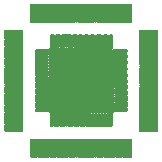
<source format=gbr>
G04 #@! TF.GenerationSoftware,KiCad,Pcbnew,(5.1.10)-1*
G04 #@! TF.CreationDate,2021-12-08T21:24:47+07:00*
G04 #@! TF.ProjectId,32u4mu to 32u4au,33327534-6d75-4207-946f-203332753461,rev?*
G04 #@! TF.SameCoordinates,Original*
G04 #@! TF.FileFunction,Soldermask,Top*
G04 #@! TF.FilePolarity,Negative*
%FSLAX46Y46*%
G04 Gerber Fmt 4.6, Leading zero omitted, Abs format (unit mm)*
G04 Created by KiCad (PCBNEW (5.1.10)-1) date 2021-12-08 21:24:47*
%MOMM*%
%LPD*%
G01*
G04 APERTURE LIST*
%ADD10C,0.100000*%
G04 APERTURE END LIST*
G36*
G01*
X91805250Y-60543751D02*
X91805250Y-55343749D01*
G75*
G02*
X91856249Y-55292750I50999J0D01*
G01*
X97056251Y-55292750D01*
G75*
G02*
X97107250Y-55343749I0J-50999D01*
G01*
X97107250Y-60543751D01*
G75*
G02*
X97056251Y-60594750I-50999J0D01*
G01*
X91856249Y-60594750D01*
G75*
G02*
X91805250Y-60543751I0J50999D01*
G01*
G37*
G36*
G01*
X91780250Y-55106750D02*
X91780250Y-54105750D01*
G75*
G02*
X91868250Y-54017750I88000J0D01*
G01*
X92044250Y-54017750D01*
G75*
G02*
X92132250Y-54105750I0J-88000D01*
G01*
X92132250Y-55106750D01*
G75*
G02*
X92044250Y-55194750I-88000J0D01*
G01*
X91868250Y-55194750D01*
G75*
G02*
X91780250Y-55106750I0J88000D01*
G01*
G37*
G36*
G01*
X92280250Y-55106750D02*
X92280250Y-54105750D01*
G75*
G02*
X92368250Y-54017750I88000J0D01*
G01*
X92544250Y-54017750D01*
G75*
G02*
X92632250Y-54105750I0J-88000D01*
G01*
X92632250Y-55106750D01*
G75*
G02*
X92544250Y-55194750I-88000J0D01*
G01*
X92368250Y-55194750D01*
G75*
G02*
X92280250Y-55106750I0J88000D01*
G01*
G37*
G36*
G01*
X92780250Y-55106750D02*
X92780250Y-54105750D01*
G75*
G02*
X92868250Y-54017750I88000J0D01*
G01*
X93044250Y-54017750D01*
G75*
G02*
X93132250Y-54105750I0J-88000D01*
G01*
X93132250Y-55106750D01*
G75*
G02*
X93044250Y-55194750I-88000J0D01*
G01*
X92868250Y-55194750D01*
G75*
G02*
X92780250Y-55106750I0J88000D01*
G01*
G37*
G36*
G01*
X93280250Y-55106750D02*
X93280250Y-54105750D01*
G75*
G02*
X93368250Y-54017750I88000J0D01*
G01*
X93544250Y-54017750D01*
G75*
G02*
X93632250Y-54105750I0J-88000D01*
G01*
X93632250Y-55106750D01*
G75*
G02*
X93544250Y-55194750I-88000J0D01*
G01*
X93368250Y-55194750D01*
G75*
G02*
X93280250Y-55106750I0J88000D01*
G01*
G37*
G36*
G01*
X93780250Y-55106750D02*
X93780250Y-54105750D01*
G75*
G02*
X93868250Y-54017750I88000J0D01*
G01*
X94044250Y-54017750D01*
G75*
G02*
X94132250Y-54105750I0J-88000D01*
G01*
X94132250Y-55106750D01*
G75*
G02*
X94044250Y-55194750I-88000J0D01*
G01*
X93868250Y-55194750D01*
G75*
G02*
X93780250Y-55106750I0J88000D01*
G01*
G37*
G36*
G01*
X94280250Y-55106750D02*
X94280250Y-54105750D01*
G75*
G02*
X94368250Y-54017750I88000J0D01*
G01*
X94544250Y-54017750D01*
G75*
G02*
X94632250Y-54105750I0J-88000D01*
G01*
X94632250Y-55106750D01*
G75*
G02*
X94544250Y-55194750I-88000J0D01*
G01*
X94368250Y-55194750D01*
G75*
G02*
X94280250Y-55106750I0J88000D01*
G01*
G37*
G36*
G01*
X94780250Y-55106750D02*
X94780250Y-54105750D01*
G75*
G02*
X94868250Y-54017750I88000J0D01*
G01*
X95044250Y-54017750D01*
G75*
G02*
X95132250Y-54105750I0J-88000D01*
G01*
X95132250Y-55106750D01*
G75*
G02*
X95044250Y-55194750I-88000J0D01*
G01*
X94868250Y-55194750D01*
G75*
G02*
X94780250Y-55106750I0J88000D01*
G01*
G37*
G36*
G01*
X95280250Y-55106750D02*
X95280250Y-54105750D01*
G75*
G02*
X95368250Y-54017750I88000J0D01*
G01*
X95544250Y-54017750D01*
G75*
G02*
X95632250Y-54105750I0J-88000D01*
G01*
X95632250Y-55106750D01*
G75*
G02*
X95544250Y-55194750I-88000J0D01*
G01*
X95368250Y-55194750D01*
G75*
G02*
X95280250Y-55106750I0J88000D01*
G01*
G37*
G36*
G01*
X95780250Y-55106750D02*
X95780250Y-54105750D01*
G75*
G02*
X95868250Y-54017750I88000J0D01*
G01*
X96044250Y-54017750D01*
G75*
G02*
X96132250Y-54105750I0J-88000D01*
G01*
X96132250Y-55106750D01*
G75*
G02*
X96044250Y-55194750I-88000J0D01*
G01*
X95868250Y-55194750D01*
G75*
G02*
X95780250Y-55106750I0J88000D01*
G01*
G37*
G36*
G01*
X96280250Y-55106750D02*
X96280250Y-54105750D01*
G75*
G02*
X96368250Y-54017750I88000J0D01*
G01*
X96544250Y-54017750D01*
G75*
G02*
X96632250Y-54105750I0J-88000D01*
G01*
X96632250Y-55106750D01*
G75*
G02*
X96544250Y-55194750I-88000J0D01*
G01*
X96368250Y-55194750D01*
G75*
G02*
X96280250Y-55106750I0J88000D01*
G01*
G37*
G36*
G01*
X96780250Y-55106750D02*
X96780250Y-54105750D01*
G75*
G02*
X96868250Y-54017750I88000J0D01*
G01*
X97044250Y-54017750D01*
G75*
G02*
X97132250Y-54105750I0J-88000D01*
G01*
X97132250Y-55106750D01*
G75*
G02*
X97044250Y-55194750I-88000J0D01*
G01*
X96868250Y-55194750D01*
G75*
G02*
X96780250Y-55106750I0J88000D01*
G01*
G37*
G36*
G01*
X97205250Y-55531750D02*
X97205250Y-55355750D01*
G75*
G02*
X97293250Y-55267750I88000J0D01*
G01*
X98294250Y-55267750D01*
G75*
G02*
X98382250Y-55355750I0J-88000D01*
G01*
X98382250Y-55531750D01*
G75*
G02*
X98294250Y-55619750I-88000J0D01*
G01*
X97293250Y-55619750D01*
G75*
G02*
X97205250Y-55531750I0J88000D01*
G01*
G37*
G36*
G01*
X97205250Y-56031750D02*
X97205250Y-55855750D01*
G75*
G02*
X97293250Y-55767750I88000J0D01*
G01*
X98294250Y-55767750D01*
G75*
G02*
X98382250Y-55855750I0J-88000D01*
G01*
X98382250Y-56031750D01*
G75*
G02*
X98294250Y-56119750I-88000J0D01*
G01*
X97293250Y-56119750D01*
G75*
G02*
X97205250Y-56031750I0J88000D01*
G01*
G37*
G36*
G01*
X97205250Y-56531750D02*
X97205250Y-56355750D01*
G75*
G02*
X97293250Y-56267750I88000J0D01*
G01*
X98294250Y-56267750D01*
G75*
G02*
X98382250Y-56355750I0J-88000D01*
G01*
X98382250Y-56531750D01*
G75*
G02*
X98294250Y-56619750I-88000J0D01*
G01*
X97293250Y-56619750D01*
G75*
G02*
X97205250Y-56531750I0J88000D01*
G01*
G37*
G36*
G01*
X97205250Y-57031750D02*
X97205250Y-56855750D01*
G75*
G02*
X97293250Y-56767750I88000J0D01*
G01*
X98294250Y-56767750D01*
G75*
G02*
X98382250Y-56855750I0J-88000D01*
G01*
X98382250Y-57031750D01*
G75*
G02*
X98294250Y-57119750I-88000J0D01*
G01*
X97293250Y-57119750D01*
G75*
G02*
X97205250Y-57031750I0J88000D01*
G01*
G37*
G36*
G01*
X97205250Y-57531750D02*
X97205250Y-57355750D01*
G75*
G02*
X97293250Y-57267750I88000J0D01*
G01*
X98294250Y-57267750D01*
G75*
G02*
X98382250Y-57355750I0J-88000D01*
G01*
X98382250Y-57531750D01*
G75*
G02*
X98294250Y-57619750I-88000J0D01*
G01*
X97293250Y-57619750D01*
G75*
G02*
X97205250Y-57531750I0J88000D01*
G01*
G37*
G36*
G01*
X97205250Y-58031750D02*
X97205250Y-57855750D01*
G75*
G02*
X97293250Y-57767750I88000J0D01*
G01*
X98294250Y-57767750D01*
G75*
G02*
X98382250Y-57855750I0J-88000D01*
G01*
X98382250Y-58031750D01*
G75*
G02*
X98294250Y-58119750I-88000J0D01*
G01*
X97293250Y-58119750D01*
G75*
G02*
X97205250Y-58031750I0J88000D01*
G01*
G37*
G36*
G01*
X97205250Y-58531750D02*
X97205250Y-58355750D01*
G75*
G02*
X97293250Y-58267750I88000J0D01*
G01*
X98294250Y-58267750D01*
G75*
G02*
X98382250Y-58355750I0J-88000D01*
G01*
X98382250Y-58531750D01*
G75*
G02*
X98294250Y-58619750I-88000J0D01*
G01*
X97293250Y-58619750D01*
G75*
G02*
X97205250Y-58531750I0J88000D01*
G01*
G37*
G36*
G01*
X97205250Y-59031750D02*
X97205250Y-58855750D01*
G75*
G02*
X97293250Y-58767750I88000J0D01*
G01*
X98294250Y-58767750D01*
G75*
G02*
X98382250Y-58855750I0J-88000D01*
G01*
X98382250Y-59031750D01*
G75*
G02*
X98294250Y-59119750I-88000J0D01*
G01*
X97293250Y-59119750D01*
G75*
G02*
X97205250Y-59031750I0J88000D01*
G01*
G37*
G36*
G01*
X97205250Y-59531750D02*
X97205250Y-59355750D01*
G75*
G02*
X97293250Y-59267750I88000J0D01*
G01*
X98294250Y-59267750D01*
G75*
G02*
X98382250Y-59355750I0J-88000D01*
G01*
X98382250Y-59531750D01*
G75*
G02*
X98294250Y-59619750I-88000J0D01*
G01*
X97293250Y-59619750D01*
G75*
G02*
X97205250Y-59531750I0J88000D01*
G01*
G37*
G36*
G01*
X97205250Y-60031750D02*
X97205250Y-59855750D01*
G75*
G02*
X97293250Y-59767750I88000J0D01*
G01*
X98294250Y-59767750D01*
G75*
G02*
X98382250Y-59855750I0J-88000D01*
G01*
X98382250Y-60031750D01*
G75*
G02*
X98294250Y-60119750I-88000J0D01*
G01*
X97293250Y-60119750D01*
G75*
G02*
X97205250Y-60031750I0J88000D01*
G01*
G37*
G36*
G01*
X97205250Y-60531750D02*
X97205250Y-60355750D01*
G75*
G02*
X97293250Y-60267750I88000J0D01*
G01*
X98294250Y-60267750D01*
G75*
G02*
X98382250Y-60355750I0J-88000D01*
G01*
X98382250Y-60531750D01*
G75*
G02*
X98294250Y-60619750I-88000J0D01*
G01*
X97293250Y-60619750D01*
G75*
G02*
X97205250Y-60531750I0J88000D01*
G01*
G37*
G36*
G01*
X96780250Y-61781750D02*
X96780250Y-60780750D01*
G75*
G02*
X96868250Y-60692750I88000J0D01*
G01*
X97044250Y-60692750D01*
G75*
G02*
X97132250Y-60780750I0J-88000D01*
G01*
X97132250Y-61781750D01*
G75*
G02*
X97044250Y-61869750I-88000J0D01*
G01*
X96868250Y-61869750D01*
G75*
G02*
X96780250Y-61781750I0J88000D01*
G01*
G37*
G36*
G01*
X96280250Y-61781750D02*
X96280250Y-60780750D01*
G75*
G02*
X96368250Y-60692750I88000J0D01*
G01*
X96544250Y-60692750D01*
G75*
G02*
X96632250Y-60780750I0J-88000D01*
G01*
X96632250Y-61781750D01*
G75*
G02*
X96544250Y-61869750I-88000J0D01*
G01*
X96368250Y-61869750D01*
G75*
G02*
X96280250Y-61781750I0J88000D01*
G01*
G37*
G36*
G01*
X95780250Y-61781750D02*
X95780250Y-60780750D01*
G75*
G02*
X95868250Y-60692750I88000J0D01*
G01*
X96044250Y-60692750D01*
G75*
G02*
X96132250Y-60780750I0J-88000D01*
G01*
X96132250Y-61781750D01*
G75*
G02*
X96044250Y-61869750I-88000J0D01*
G01*
X95868250Y-61869750D01*
G75*
G02*
X95780250Y-61781750I0J88000D01*
G01*
G37*
G36*
G01*
X95280250Y-61781750D02*
X95280250Y-60780750D01*
G75*
G02*
X95368250Y-60692750I88000J0D01*
G01*
X95544250Y-60692750D01*
G75*
G02*
X95632250Y-60780750I0J-88000D01*
G01*
X95632250Y-61781750D01*
G75*
G02*
X95544250Y-61869750I-88000J0D01*
G01*
X95368250Y-61869750D01*
G75*
G02*
X95280250Y-61781750I0J88000D01*
G01*
G37*
G36*
G01*
X94780250Y-61781750D02*
X94780250Y-60780750D01*
G75*
G02*
X94868250Y-60692750I88000J0D01*
G01*
X95044250Y-60692750D01*
G75*
G02*
X95132250Y-60780750I0J-88000D01*
G01*
X95132250Y-61781750D01*
G75*
G02*
X95044250Y-61869750I-88000J0D01*
G01*
X94868250Y-61869750D01*
G75*
G02*
X94780250Y-61781750I0J88000D01*
G01*
G37*
G36*
G01*
X94280250Y-61781750D02*
X94280250Y-60780750D01*
G75*
G02*
X94368250Y-60692750I88000J0D01*
G01*
X94544250Y-60692750D01*
G75*
G02*
X94632250Y-60780750I0J-88000D01*
G01*
X94632250Y-61781750D01*
G75*
G02*
X94544250Y-61869750I-88000J0D01*
G01*
X94368250Y-61869750D01*
G75*
G02*
X94280250Y-61781750I0J88000D01*
G01*
G37*
G36*
G01*
X93780250Y-61781750D02*
X93780250Y-60780750D01*
G75*
G02*
X93868250Y-60692750I88000J0D01*
G01*
X94044250Y-60692750D01*
G75*
G02*
X94132250Y-60780750I0J-88000D01*
G01*
X94132250Y-61781750D01*
G75*
G02*
X94044250Y-61869750I-88000J0D01*
G01*
X93868250Y-61869750D01*
G75*
G02*
X93780250Y-61781750I0J88000D01*
G01*
G37*
G36*
G01*
X93280250Y-61781750D02*
X93280250Y-60780750D01*
G75*
G02*
X93368250Y-60692750I88000J0D01*
G01*
X93544250Y-60692750D01*
G75*
G02*
X93632250Y-60780750I0J-88000D01*
G01*
X93632250Y-61781750D01*
G75*
G02*
X93544250Y-61869750I-88000J0D01*
G01*
X93368250Y-61869750D01*
G75*
G02*
X93280250Y-61781750I0J88000D01*
G01*
G37*
G36*
G01*
X92780250Y-61781750D02*
X92780250Y-60780750D01*
G75*
G02*
X92868250Y-60692750I88000J0D01*
G01*
X93044250Y-60692750D01*
G75*
G02*
X93132250Y-60780750I0J-88000D01*
G01*
X93132250Y-61781750D01*
G75*
G02*
X93044250Y-61869750I-88000J0D01*
G01*
X92868250Y-61869750D01*
G75*
G02*
X92780250Y-61781750I0J88000D01*
G01*
G37*
G36*
G01*
X92280250Y-61781750D02*
X92280250Y-60780750D01*
G75*
G02*
X92368250Y-60692750I88000J0D01*
G01*
X92544250Y-60692750D01*
G75*
G02*
X92632250Y-60780750I0J-88000D01*
G01*
X92632250Y-61781750D01*
G75*
G02*
X92544250Y-61869750I-88000J0D01*
G01*
X92368250Y-61869750D01*
G75*
G02*
X92280250Y-61781750I0J88000D01*
G01*
G37*
G36*
G01*
X91780250Y-61781750D02*
X91780250Y-60780750D01*
G75*
G02*
X91868250Y-60692750I88000J0D01*
G01*
X92044250Y-60692750D01*
G75*
G02*
X92132250Y-60780750I0J-88000D01*
G01*
X92132250Y-61781750D01*
G75*
G02*
X92044250Y-61869750I-88000J0D01*
G01*
X91868250Y-61869750D01*
G75*
G02*
X91780250Y-61781750I0J88000D01*
G01*
G37*
G36*
G01*
X90530250Y-60531750D02*
X90530250Y-60355750D01*
G75*
G02*
X90618250Y-60267750I88000J0D01*
G01*
X91619250Y-60267750D01*
G75*
G02*
X91707250Y-60355750I0J-88000D01*
G01*
X91707250Y-60531750D01*
G75*
G02*
X91619250Y-60619750I-88000J0D01*
G01*
X90618250Y-60619750D01*
G75*
G02*
X90530250Y-60531750I0J88000D01*
G01*
G37*
G36*
G01*
X90530250Y-60031750D02*
X90530250Y-59855750D01*
G75*
G02*
X90618250Y-59767750I88000J0D01*
G01*
X91619250Y-59767750D01*
G75*
G02*
X91707250Y-59855750I0J-88000D01*
G01*
X91707250Y-60031750D01*
G75*
G02*
X91619250Y-60119750I-88000J0D01*
G01*
X90618250Y-60119750D01*
G75*
G02*
X90530250Y-60031750I0J88000D01*
G01*
G37*
G36*
G01*
X90530250Y-59531750D02*
X90530250Y-59355750D01*
G75*
G02*
X90618250Y-59267750I88000J0D01*
G01*
X91619250Y-59267750D01*
G75*
G02*
X91707250Y-59355750I0J-88000D01*
G01*
X91707250Y-59531750D01*
G75*
G02*
X91619250Y-59619750I-88000J0D01*
G01*
X90618250Y-59619750D01*
G75*
G02*
X90530250Y-59531750I0J88000D01*
G01*
G37*
G36*
G01*
X90530250Y-59031750D02*
X90530250Y-58855750D01*
G75*
G02*
X90618250Y-58767750I88000J0D01*
G01*
X91619250Y-58767750D01*
G75*
G02*
X91707250Y-58855750I0J-88000D01*
G01*
X91707250Y-59031750D01*
G75*
G02*
X91619250Y-59119750I-88000J0D01*
G01*
X90618250Y-59119750D01*
G75*
G02*
X90530250Y-59031750I0J88000D01*
G01*
G37*
G36*
G01*
X90530250Y-58531750D02*
X90530250Y-58355750D01*
G75*
G02*
X90618250Y-58267750I88000J0D01*
G01*
X91619250Y-58267750D01*
G75*
G02*
X91707250Y-58355750I0J-88000D01*
G01*
X91707250Y-58531750D01*
G75*
G02*
X91619250Y-58619750I-88000J0D01*
G01*
X90618250Y-58619750D01*
G75*
G02*
X90530250Y-58531750I0J88000D01*
G01*
G37*
G36*
G01*
X90530250Y-58031750D02*
X90530250Y-57855750D01*
G75*
G02*
X90618250Y-57767750I88000J0D01*
G01*
X91619250Y-57767750D01*
G75*
G02*
X91707250Y-57855750I0J-88000D01*
G01*
X91707250Y-58031750D01*
G75*
G02*
X91619250Y-58119750I-88000J0D01*
G01*
X90618250Y-58119750D01*
G75*
G02*
X90530250Y-58031750I0J88000D01*
G01*
G37*
G36*
G01*
X90530250Y-57531750D02*
X90530250Y-57355750D01*
G75*
G02*
X90618250Y-57267750I88000J0D01*
G01*
X91619250Y-57267750D01*
G75*
G02*
X91707250Y-57355750I0J-88000D01*
G01*
X91707250Y-57531750D01*
G75*
G02*
X91619250Y-57619750I-88000J0D01*
G01*
X90618250Y-57619750D01*
G75*
G02*
X90530250Y-57531750I0J88000D01*
G01*
G37*
G36*
G01*
X90530250Y-57031750D02*
X90530250Y-56855750D01*
G75*
G02*
X90618250Y-56767750I88000J0D01*
G01*
X91619250Y-56767750D01*
G75*
G02*
X91707250Y-56855750I0J-88000D01*
G01*
X91707250Y-57031750D01*
G75*
G02*
X91619250Y-57119750I-88000J0D01*
G01*
X90618250Y-57119750D01*
G75*
G02*
X90530250Y-57031750I0J88000D01*
G01*
G37*
G36*
G01*
X90530250Y-56531750D02*
X90530250Y-56355750D01*
G75*
G02*
X90618250Y-56267750I88000J0D01*
G01*
X91619250Y-56267750D01*
G75*
G02*
X91707250Y-56355750I0J-88000D01*
G01*
X91707250Y-56531750D01*
G75*
G02*
X91619250Y-56619750I-88000J0D01*
G01*
X90618250Y-56619750D01*
G75*
G02*
X90530250Y-56531750I0J88000D01*
G01*
G37*
G36*
G01*
X90530250Y-56031750D02*
X90530250Y-55855750D01*
G75*
G02*
X90618250Y-55767750I88000J0D01*
G01*
X91619250Y-55767750D01*
G75*
G02*
X91707250Y-55855750I0J-88000D01*
G01*
X91707250Y-56031750D01*
G75*
G02*
X91619250Y-56119750I-88000J0D01*
G01*
X90618250Y-56119750D01*
G75*
G02*
X90530250Y-56031750I0J88000D01*
G01*
G37*
G36*
G01*
X90530250Y-55531750D02*
X90530250Y-55355750D01*
G75*
G02*
X90618250Y-55267750I88000J0D01*
G01*
X91619250Y-55267750D01*
G75*
G02*
X91707250Y-55355750I0J-88000D01*
G01*
X91707250Y-55531750D01*
G75*
G02*
X91619250Y-55619750I-88000J0D01*
G01*
X90618250Y-55619750D01*
G75*
G02*
X90530250Y-55531750I0J88000D01*
G01*
G37*
G36*
G01*
X90731250Y-53044750D02*
X90181250Y-53044750D01*
G75*
G02*
X90130250Y-52993750I0J51000D01*
G01*
X90130250Y-51493750D01*
G75*
G02*
X90181250Y-51442750I51000J0D01*
G01*
X90731250Y-51442750D01*
G75*
G02*
X90782250Y-51493750I0J-51000D01*
G01*
X90782250Y-52993750D01*
G75*
G02*
X90731250Y-53044750I-51000J0D01*
G01*
G37*
G36*
G01*
X91531250Y-53044750D02*
X90981250Y-53044750D01*
G75*
G02*
X90930250Y-52993750I0J51000D01*
G01*
X90930250Y-51493750D01*
G75*
G02*
X90981250Y-51442750I51000J0D01*
G01*
X91531250Y-51442750D01*
G75*
G02*
X91582250Y-51493750I0J-51000D01*
G01*
X91582250Y-52993750D01*
G75*
G02*
X91531250Y-53044750I-51000J0D01*
G01*
G37*
G36*
G01*
X92331250Y-53044750D02*
X91781250Y-53044750D01*
G75*
G02*
X91730250Y-52993750I0J51000D01*
G01*
X91730250Y-51493750D01*
G75*
G02*
X91781250Y-51442750I51000J0D01*
G01*
X92331250Y-51442750D01*
G75*
G02*
X92382250Y-51493750I0J-51000D01*
G01*
X92382250Y-52993750D01*
G75*
G02*
X92331250Y-53044750I-51000J0D01*
G01*
G37*
G36*
G01*
X93131250Y-53044750D02*
X92581250Y-53044750D01*
G75*
G02*
X92530250Y-52993750I0J51000D01*
G01*
X92530250Y-51493750D01*
G75*
G02*
X92581250Y-51442750I51000J0D01*
G01*
X93131250Y-51442750D01*
G75*
G02*
X93182250Y-51493750I0J-51000D01*
G01*
X93182250Y-52993750D01*
G75*
G02*
X93131250Y-53044750I-51000J0D01*
G01*
G37*
G36*
G01*
X93931250Y-53044750D02*
X93381250Y-53044750D01*
G75*
G02*
X93330250Y-52993750I0J51000D01*
G01*
X93330250Y-51493750D01*
G75*
G02*
X93381250Y-51442750I51000J0D01*
G01*
X93931250Y-51442750D01*
G75*
G02*
X93982250Y-51493750I0J-51000D01*
G01*
X93982250Y-52993750D01*
G75*
G02*
X93931250Y-53044750I-51000J0D01*
G01*
G37*
G36*
G01*
X94731250Y-53044750D02*
X94181250Y-53044750D01*
G75*
G02*
X94130250Y-52993750I0J51000D01*
G01*
X94130250Y-51493750D01*
G75*
G02*
X94181250Y-51442750I51000J0D01*
G01*
X94731250Y-51442750D01*
G75*
G02*
X94782250Y-51493750I0J-51000D01*
G01*
X94782250Y-52993750D01*
G75*
G02*
X94731250Y-53044750I-51000J0D01*
G01*
G37*
G36*
G01*
X95531250Y-53044750D02*
X94981250Y-53044750D01*
G75*
G02*
X94930250Y-52993750I0J51000D01*
G01*
X94930250Y-51493750D01*
G75*
G02*
X94981250Y-51442750I51000J0D01*
G01*
X95531250Y-51442750D01*
G75*
G02*
X95582250Y-51493750I0J-51000D01*
G01*
X95582250Y-52993750D01*
G75*
G02*
X95531250Y-53044750I-51000J0D01*
G01*
G37*
G36*
G01*
X96331250Y-53044750D02*
X95781250Y-53044750D01*
G75*
G02*
X95730250Y-52993750I0J51000D01*
G01*
X95730250Y-51493750D01*
G75*
G02*
X95781250Y-51442750I51000J0D01*
G01*
X96331250Y-51442750D01*
G75*
G02*
X96382250Y-51493750I0J-51000D01*
G01*
X96382250Y-52993750D01*
G75*
G02*
X96331250Y-53044750I-51000J0D01*
G01*
G37*
G36*
G01*
X97131250Y-53044750D02*
X96581250Y-53044750D01*
G75*
G02*
X96530250Y-52993750I0J51000D01*
G01*
X96530250Y-51493750D01*
G75*
G02*
X96581250Y-51442750I51000J0D01*
G01*
X97131250Y-51442750D01*
G75*
G02*
X97182250Y-51493750I0J-51000D01*
G01*
X97182250Y-52993750D01*
G75*
G02*
X97131250Y-53044750I-51000J0D01*
G01*
G37*
G36*
G01*
X97931250Y-53044750D02*
X97381250Y-53044750D01*
G75*
G02*
X97330250Y-52993750I0J51000D01*
G01*
X97330250Y-51493750D01*
G75*
G02*
X97381250Y-51442750I51000J0D01*
G01*
X97931250Y-51442750D01*
G75*
G02*
X97982250Y-51493750I0J-51000D01*
G01*
X97982250Y-52993750D01*
G75*
G02*
X97931250Y-53044750I-51000J0D01*
G01*
G37*
G36*
G01*
X98731250Y-53044750D02*
X98181250Y-53044750D01*
G75*
G02*
X98130250Y-52993750I0J51000D01*
G01*
X98130250Y-51493750D01*
G75*
G02*
X98181250Y-51442750I51000J0D01*
G01*
X98731250Y-51442750D01*
G75*
G02*
X98782250Y-51493750I0J-51000D01*
G01*
X98782250Y-52993750D01*
G75*
G02*
X98731250Y-53044750I-51000J0D01*
G01*
G37*
G36*
G01*
X99355250Y-54218750D02*
X99355250Y-53668750D01*
G75*
G02*
X99406250Y-53617750I51000J0D01*
G01*
X100906250Y-53617750D01*
G75*
G02*
X100957250Y-53668750I0J-51000D01*
G01*
X100957250Y-54218750D01*
G75*
G02*
X100906250Y-54269750I-51000J0D01*
G01*
X99406250Y-54269750D01*
G75*
G02*
X99355250Y-54218750I0J51000D01*
G01*
G37*
G36*
G01*
X99355250Y-55018750D02*
X99355250Y-54468750D01*
G75*
G02*
X99406250Y-54417750I51000J0D01*
G01*
X100906250Y-54417750D01*
G75*
G02*
X100957250Y-54468750I0J-51000D01*
G01*
X100957250Y-55018750D01*
G75*
G02*
X100906250Y-55069750I-51000J0D01*
G01*
X99406250Y-55069750D01*
G75*
G02*
X99355250Y-55018750I0J51000D01*
G01*
G37*
G36*
G01*
X99355250Y-55818750D02*
X99355250Y-55268750D01*
G75*
G02*
X99406250Y-55217750I51000J0D01*
G01*
X100906250Y-55217750D01*
G75*
G02*
X100957250Y-55268750I0J-51000D01*
G01*
X100957250Y-55818750D01*
G75*
G02*
X100906250Y-55869750I-51000J0D01*
G01*
X99406250Y-55869750D01*
G75*
G02*
X99355250Y-55818750I0J51000D01*
G01*
G37*
G36*
G01*
X99355250Y-56618750D02*
X99355250Y-56068750D01*
G75*
G02*
X99406250Y-56017750I51000J0D01*
G01*
X100906250Y-56017750D01*
G75*
G02*
X100957250Y-56068750I0J-51000D01*
G01*
X100957250Y-56618750D01*
G75*
G02*
X100906250Y-56669750I-51000J0D01*
G01*
X99406250Y-56669750D01*
G75*
G02*
X99355250Y-56618750I0J51000D01*
G01*
G37*
G36*
G01*
X99355250Y-57418750D02*
X99355250Y-56868750D01*
G75*
G02*
X99406250Y-56817750I51000J0D01*
G01*
X100906250Y-56817750D01*
G75*
G02*
X100957250Y-56868750I0J-51000D01*
G01*
X100957250Y-57418750D01*
G75*
G02*
X100906250Y-57469750I-51000J0D01*
G01*
X99406250Y-57469750D01*
G75*
G02*
X99355250Y-57418750I0J51000D01*
G01*
G37*
G36*
G01*
X99355250Y-58218750D02*
X99355250Y-57668750D01*
G75*
G02*
X99406250Y-57617750I51000J0D01*
G01*
X100906250Y-57617750D01*
G75*
G02*
X100957250Y-57668750I0J-51000D01*
G01*
X100957250Y-58218750D01*
G75*
G02*
X100906250Y-58269750I-51000J0D01*
G01*
X99406250Y-58269750D01*
G75*
G02*
X99355250Y-58218750I0J51000D01*
G01*
G37*
G36*
G01*
X99355250Y-59018750D02*
X99355250Y-58468750D01*
G75*
G02*
X99406250Y-58417750I51000J0D01*
G01*
X100906250Y-58417750D01*
G75*
G02*
X100957250Y-58468750I0J-51000D01*
G01*
X100957250Y-59018750D01*
G75*
G02*
X100906250Y-59069750I-51000J0D01*
G01*
X99406250Y-59069750D01*
G75*
G02*
X99355250Y-59018750I0J51000D01*
G01*
G37*
G36*
G01*
X99355250Y-59818750D02*
X99355250Y-59268750D01*
G75*
G02*
X99406250Y-59217750I51000J0D01*
G01*
X100906250Y-59217750D01*
G75*
G02*
X100957250Y-59268750I0J-51000D01*
G01*
X100957250Y-59818750D01*
G75*
G02*
X100906250Y-59869750I-51000J0D01*
G01*
X99406250Y-59869750D01*
G75*
G02*
X99355250Y-59818750I0J51000D01*
G01*
G37*
G36*
G01*
X99355250Y-60618750D02*
X99355250Y-60068750D01*
G75*
G02*
X99406250Y-60017750I51000J0D01*
G01*
X100906250Y-60017750D01*
G75*
G02*
X100957250Y-60068750I0J-51000D01*
G01*
X100957250Y-60618750D01*
G75*
G02*
X100906250Y-60669750I-51000J0D01*
G01*
X99406250Y-60669750D01*
G75*
G02*
X99355250Y-60618750I0J51000D01*
G01*
G37*
G36*
G01*
X99355250Y-61418750D02*
X99355250Y-60868750D01*
G75*
G02*
X99406250Y-60817750I51000J0D01*
G01*
X100906250Y-60817750D01*
G75*
G02*
X100957250Y-60868750I0J-51000D01*
G01*
X100957250Y-61418750D01*
G75*
G02*
X100906250Y-61469750I-51000J0D01*
G01*
X99406250Y-61469750D01*
G75*
G02*
X99355250Y-61418750I0J51000D01*
G01*
G37*
G36*
G01*
X99355250Y-62218750D02*
X99355250Y-61668750D01*
G75*
G02*
X99406250Y-61617750I51000J0D01*
G01*
X100906250Y-61617750D01*
G75*
G02*
X100957250Y-61668750I0J-51000D01*
G01*
X100957250Y-62218750D01*
G75*
G02*
X100906250Y-62269750I-51000J0D01*
G01*
X99406250Y-62269750D01*
G75*
G02*
X99355250Y-62218750I0J51000D01*
G01*
G37*
G36*
G01*
X98731250Y-64444750D02*
X98181250Y-64444750D01*
G75*
G02*
X98130250Y-64393750I0J51000D01*
G01*
X98130250Y-62893750D01*
G75*
G02*
X98181250Y-62842750I51000J0D01*
G01*
X98731250Y-62842750D01*
G75*
G02*
X98782250Y-62893750I0J-51000D01*
G01*
X98782250Y-64393750D01*
G75*
G02*
X98731250Y-64444750I-51000J0D01*
G01*
G37*
G36*
G01*
X97931250Y-64444750D02*
X97381250Y-64444750D01*
G75*
G02*
X97330250Y-64393750I0J51000D01*
G01*
X97330250Y-62893750D01*
G75*
G02*
X97381250Y-62842750I51000J0D01*
G01*
X97931250Y-62842750D01*
G75*
G02*
X97982250Y-62893750I0J-51000D01*
G01*
X97982250Y-64393750D01*
G75*
G02*
X97931250Y-64444750I-51000J0D01*
G01*
G37*
G36*
G01*
X97131250Y-64444750D02*
X96581250Y-64444750D01*
G75*
G02*
X96530250Y-64393750I0J51000D01*
G01*
X96530250Y-62893750D01*
G75*
G02*
X96581250Y-62842750I51000J0D01*
G01*
X97131250Y-62842750D01*
G75*
G02*
X97182250Y-62893750I0J-51000D01*
G01*
X97182250Y-64393750D01*
G75*
G02*
X97131250Y-64444750I-51000J0D01*
G01*
G37*
G36*
G01*
X96331250Y-64444750D02*
X95781250Y-64444750D01*
G75*
G02*
X95730250Y-64393750I0J51000D01*
G01*
X95730250Y-62893750D01*
G75*
G02*
X95781250Y-62842750I51000J0D01*
G01*
X96331250Y-62842750D01*
G75*
G02*
X96382250Y-62893750I0J-51000D01*
G01*
X96382250Y-64393750D01*
G75*
G02*
X96331250Y-64444750I-51000J0D01*
G01*
G37*
G36*
G01*
X95531250Y-64444750D02*
X94981250Y-64444750D01*
G75*
G02*
X94930250Y-64393750I0J51000D01*
G01*
X94930250Y-62893750D01*
G75*
G02*
X94981250Y-62842750I51000J0D01*
G01*
X95531250Y-62842750D01*
G75*
G02*
X95582250Y-62893750I0J-51000D01*
G01*
X95582250Y-64393750D01*
G75*
G02*
X95531250Y-64444750I-51000J0D01*
G01*
G37*
G36*
G01*
X94731250Y-64444750D02*
X94181250Y-64444750D01*
G75*
G02*
X94130250Y-64393750I0J51000D01*
G01*
X94130250Y-62893750D01*
G75*
G02*
X94181250Y-62842750I51000J0D01*
G01*
X94731250Y-62842750D01*
G75*
G02*
X94782250Y-62893750I0J-51000D01*
G01*
X94782250Y-64393750D01*
G75*
G02*
X94731250Y-64444750I-51000J0D01*
G01*
G37*
G36*
G01*
X93931250Y-64444750D02*
X93381250Y-64444750D01*
G75*
G02*
X93330250Y-64393750I0J51000D01*
G01*
X93330250Y-62893750D01*
G75*
G02*
X93381250Y-62842750I51000J0D01*
G01*
X93931250Y-62842750D01*
G75*
G02*
X93982250Y-62893750I0J-51000D01*
G01*
X93982250Y-64393750D01*
G75*
G02*
X93931250Y-64444750I-51000J0D01*
G01*
G37*
G36*
G01*
X93131250Y-64444750D02*
X92581250Y-64444750D01*
G75*
G02*
X92530250Y-64393750I0J51000D01*
G01*
X92530250Y-62893750D01*
G75*
G02*
X92581250Y-62842750I51000J0D01*
G01*
X93131250Y-62842750D01*
G75*
G02*
X93182250Y-62893750I0J-51000D01*
G01*
X93182250Y-64393750D01*
G75*
G02*
X93131250Y-64444750I-51000J0D01*
G01*
G37*
G36*
G01*
X92331250Y-64444750D02*
X91781250Y-64444750D01*
G75*
G02*
X91730250Y-64393750I0J51000D01*
G01*
X91730250Y-62893750D01*
G75*
G02*
X91781250Y-62842750I51000J0D01*
G01*
X92331250Y-62842750D01*
G75*
G02*
X92382250Y-62893750I0J-51000D01*
G01*
X92382250Y-64393750D01*
G75*
G02*
X92331250Y-64444750I-51000J0D01*
G01*
G37*
G36*
G01*
X91531250Y-64444750D02*
X90981250Y-64444750D01*
G75*
G02*
X90930250Y-64393750I0J51000D01*
G01*
X90930250Y-62893750D01*
G75*
G02*
X90981250Y-62842750I51000J0D01*
G01*
X91531250Y-62842750D01*
G75*
G02*
X91582250Y-62893750I0J-51000D01*
G01*
X91582250Y-64393750D01*
G75*
G02*
X91531250Y-64444750I-51000J0D01*
G01*
G37*
G36*
G01*
X90731250Y-64444750D02*
X90181250Y-64444750D01*
G75*
G02*
X90130250Y-64393750I0J51000D01*
G01*
X90130250Y-62893750D01*
G75*
G02*
X90181250Y-62842750I51000J0D01*
G01*
X90731250Y-62842750D01*
G75*
G02*
X90782250Y-62893750I0J-51000D01*
G01*
X90782250Y-64393750D01*
G75*
G02*
X90731250Y-64444750I-51000J0D01*
G01*
G37*
G36*
G01*
X87955250Y-62218750D02*
X87955250Y-61668750D01*
G75*
G02*
X88006250Y-61617750I51000J0D01*
G01*
X89506250Y-61617750D01*
G75*
G02*
X89557250Y-61668750I0J-51000D01*
G01*
X89557250Y-62218750D01*
G75*
G02*
X89506250Y-62269750I-51000J0D01*
G01*
X88006250Y-62269750D01*
G75*
G02*
X87955250Y-62218750I0J51000D01*
G01*
G37*
G36*
G01*
X87955250Y-61418750D02*
X87955250Y-60868750D01*
G75*
G02*
X88006250Y-60817750I51000J0D01*
G01*
X89506250Y-60817750D01*
G75*
G02*
X89557250Y-60868750I0J-51000D01*
G01*
X89557250Y-61418750D01*
G75*
G02*
X89506250Y-61469750I-51000J0D01*
G01*
X88006250Y-61469750D01*
G75*
G02*
X87955250Y-61418750I0J51000D01*
G01*
G37*
G36*
G01*
X87955250Y-60618750D02*
X87955250Y-60068750D01*
G75*
G02*
X88006250Y-60017750I51000J0D01*
G01*
X89506250Y-60017750D01*
G75*
G02*
X89557250Y-60068750I0J-51000D01*
G01*
X89557250Y-60618750D01*
G75*
G02*
X89506250Y-60669750I-51000J0D01*
G01*
X88006250Y-60669750D01*
G75*
G02*
X87955250Y-60618750I0J51000D01*
G01*
G37*
G36*
G01*
X87955250Y-59818750D02*
X87955250Y-59268750D01*
G75*
G02*
X88006250Y-59217750I51000J0D01*
G01*
X89506250Y-59217750D01*
G75*
G02*
X89557250Y-59268750I0J-51000D01*
G01*
X89557250Y-59818750D01*
G75*
G02*
X89506250Y-59869750I-51000J0D01*
G01*
X88006250Y-59869750D01*
G75*
G02*
X87955250Y-59818750I0J51000D01*
G01*
G37*
G36*
G01*
X87955250Y-59018750D02*
X87955250Y-58468750D01*
G75*
G02*
X88006250Y-58417750I51000J0D01*
G01*
X89506250Y-58417750D01*
G75*
G02*
X89557250Y-58468750I0J-51000D01*
G01*
X89557250Y-59018750D01*
G75*
G02*
X89506250Y-59069750I-51000J0D01*
G01*
X88006250Y-59069750D01*
G75*
G02*
X87955250Y-59018750I0J51000D01*
G01*
G37*
G36*
G01*
X87955250Y-58218750D02*
X87955250Y-57668750D01*
G75*
G02*
X88006250Y-57617750I51000J0D01*
G01*
X89506250Y-57617750D01*
G75*
G02*
X89557250Y-57668750I0J-51000D01*
G01*
X89557250Y-58218750D01*
G75*
G02*
X89506250Y-58269750I-51000J0D01*
G01*
X88006250Y-58269750D01*
G75*
G02*
X87955250Y-58218750I0J51000D01*
G01*
G37*
G36*
G01*
X87955250Y-57418750D02*
X87955250Y-56868750D01*
G75*
G02*
X88006250Y-56817750I51000J0D01*
G01*
X89506250Y-56817750D01*
G75*
G02*
X89557250Y-56868750I0J-51000D01*
G01*
X89557250Y-57418750D01*
G75*
G02*
X89506250Y-57469750I-51000J0D01*
G01*
X88006250Y-57469750D01*
G75*
G02*
X87955250Y-57418750I0J51000D01*
G01*
G37*
G36*
G01*
X87955250Y-56618750D02*
X87955250Y-56068750D01*
G75*
G02*
X88006250Y-56017750I51000J0D01*
G01*
X89506250Y-56017750D01*
G75*
G02*
X89557250Y-56068750I0J-51000D01*
G01*
X89557250Y-56618750D01*
G75*
G02*
X89506250Y-56669750I-51000J0D01*
G01*
X88006250Y-56669750D01*
G75*
G02*
X87955250Y-56618750I0J51000D01*
G01*
G37*
G36*
G01*
X87955250Y-55818750D02*
X87955250Y-55268750D01*
G75*
G02*
X88006250Y-55217750I51000J0D01*
G01*
X89506250Y-55217750D01*
G75*
G02*
X89557250Y-55268750I0J-51000D01*
G01*
X89557250Y-55818750D01*
G75*
G02*
X89506250Y-55869750I-51000J0D01*
G01*
X88006250Y-55869750D01*
G75*
G02*
X87955250Y-55818750I0J51000D01*
G01*
G37*
G36*
G01*
X87955250Y-55018750D02*
X87955250Y-54468750D01*
G75*
G02*
X88006250Y-54417750I51000J0D01*
G01*
X89506250Y-54417750D01*
G75*
G02*
X89557250Y-54468750I0J-51000D01*
G01*
X89557250Y-55018750D01*
G75*
G02*
X89506250Y-55069750I-51000J0D01*
G01*
X88006250Y-55069750D01*
G75*
G02*
X87955250Y-55018750I0J51000D01*
G01*
G37*
G36*
G01*
X87955250Y-54218750D02*
X87955250Y-53668750D01*
G75*
G02*
X88006250Y-53617750I51000J0D01*
G01*
X89506250Y-53617750D01*
G75*
G02*
X89557250Y-53668750I0J-51000D01*
G01*
X89557250Y-54218750D01*
G75*
G02*
X89506250Y-54269750I-51000J0D01*
G01*
X88006250Y-54269750D01*
G75*
G02*
X87955250Y-54218750I0J51000D01*
G01*
G37*
D10*
G36*
X98131982Y-62841750D02*
G01*
X98132250Y-62842750D01*
X98132250Y-64444750D01*
X98131250Y-64446482D01*
X98130250Y-64446750D01*
X97982250Y-64446750D01*
X97980518Y-64445750D01*
X97980250Y-64444750D01*
X97980250Y-62842750D01*
X97981250Y-62841018D01*
X97982250Y-62840750D01*
X98130250Y-62840750D01*
X98131982Y-62841750D01*
G37*
G36*
X97331982Y-62841750D02*
G01*
X97332250Y-62842750D01*
X97332250Y-64444750D01*
X97331250Y-64446482D01*
X97330250Y-64446750D01*
X97182250Y-64446750D01*
X97180518Y-64445750D01*
X97180250Y-64444750D01*
X97180250Y-62842750D01*
X97181250Y-62841018D01*
X97182250Y-62840750D01*
X97330250Y-62840750D01*
X97331982Y-62841750D01*
G37*
G36*
X96531982Y-62841750D02*
G01*
X96532250Y-62842750D01*
X96532250Y-64444750D01*
X96531250Y-64446482D01*
X96530250Y-64446750D01*
X96382250Y-64446750D01*
X96380518Y-64445750D01*
X96380250Y-64444750D01*
X96380250Y-62842750D01*
X96381250Y-62841018D01*
X96382250Y-62840750D01*
X96530250Y-62840750D01*
X96531982Y-62841750D01*
G37*
G36*
X95731982Y-62841750D02*
G01*
X95732250Y-62842750D01*
X95732250Y-64444750D01*
X95731250Y-64446482D01*
X95730250Y-64446750D01*
X95582250Y-64446750D01*
X95580518Y-64445750D01*
X95580250Y-64444750D01*
X95580250Y-62842750D01*
X95581250Y-62841018D01*
X95582250Y-62840750D01*
X95730250Y-62840750D01*
X95731982Y-62841750D01*
G37*
G36*
X94931982Y-62841750D02*
G01*
X94932250Y-62842750D01*
X94932250Y-64444750D01*
X94931250Y-64446482D01*
X94930250Y-64446750D01*
X94782250Y-64446750D01*
X94780518Y-64445750D01*
X94780250Y-64444750D01*
X94780250Y-62842750D01*
X94781250Y-62841018D01*
X94782250Y-62840750D01*
X94930250Y-62840750D01*
X94931982Y-62841750D01*
G37*
G36*
X94131982Y-62841750D02*
G01*
X94132250Y-62842750D01*
X94132250Y-64444750D01*
X94131250Y-64446482D01*
X94130250Y-64446750D01*
X93982250Y-64446750D01*
X93980518Y-64445750D01*
X93980250Y-64444750D01*
X93980250Y-62842750D01*
X93981250Y-62841018D01*
X93982250Y-62840750D01*
X94130250Y-62840750D01*
X94131982Y-62841750D01*
G37*
G36*
X92531982Y-62841750D02*
G01*
X92532250Y-62842750D01*
X92532250Y-64444750D01*
X92531250Y-64446482D01*
X92530250Y-64446750D01*
X92382250Y-64446750D01*
X92380518Y-64445750D01*
X92380250Y-64444750D01*
X92380250Y-62842750D01*
X92381250Y-62841018D01*
X92382250Y-62840750D01*
X92530250Y-62840750D01*
X92531982Y-62841750D01*
G37*
G36*
X91731982Y-62841750D02*
G01*
X91732250Y-62842750D01*
X91732250Y-64444750D01*
X91731250Y-64446482D01*
X91730250Y-64446750D01*
X91582250Y-64446750D01*
X91580518Y-64445750D01*
X91580250Y-64444750D01*
X91580250Y-62842750D01*
X91581250Y-62841018D01*
X91582250Y-62840750D01*
X91730250Y-62840750D01*
X91731982Y-62841750D01*
G37*
G36*
X90931982Y-62841750D02*
G01*
X90932250Y-62842750D01*
X90932250Y-64444750D01*
X90931250Y-64446482D01*
X90930250Y-64446750D01*
X90782250Y-64446750D01*
X90780518Y-64445750D01*
X90780250Y-64444750D01*
X90780250Y-62842750D01*
X90781250Y-62841018D01*
X90782250Y-62840750D01*
X90930250Y-62840750D01*
X90931982Y-62841750D01*
G37*
G36*
X93331982Y-62841750D02*
G01*
X93332250Y-62842750D01*
X93332250Y-64444750D01*
X93331250Y-64446482D01*
X93330250Y-64446750D01*
X93182250Y-64446750D01*
X93180518Y-64445750D01*
X93180250Y-64444750D01*
X93180250Y-62842750D01*
X93181250Y-62841018D01*
X93182250Y-62840750D01*
X93330250Y-62840750D01*
X93331982Y-62841750D01*
G37*
G36*
X92100805Y-54015760D02*
G01*
X92111801Y-54016843D01*
X92112186Y-54016919D01*
X92116860Y-54018337D01*
X92117222Y-54018487D01*
X92121523Y-54020786D01*
X92121849Y-54021004D01*
X92128146Y-54026171D01*
X92148273Y-54039620D01*
X92170547Y-54048846D01*
X92194198Y-54053550D01*
X92218304Y-54053550D01*
X92241954Y-54048845D01*
X92264228Y-54039619D01*
X92284354Y-54026171D01*
X92290651Y-54021004D01*
X92290977Y-54020786D01*
X92295278Y-54018487D01*
X92295640Y-54018337D01*
X92300314Y-54016919D01*
X92300699Y-54016843D01*
X92311695Y-54015760D01*
X92311891Y-54015750D01*
X92368250Y-54015750D01*
X92369982Y-54016750D01*
X92369982Y-54018750D01*
X92368446Y-54019740D01*
X92351477Y-54021411D01*
X92335343Y-54026306D01*
X92320476Y-54034252D01*
X92307446Y-54044946D01*
X92296752Y-54057976D01*
X92288806Y-54072843D01*
X92283911Y-54088977D01*
X92282250Y-54105844D01*
X92282250Y-55106656D01*
X92283911Y-55123523D01*
X92288806Y-55139657D01*
X92296752Y-55154524D01*
X92307446Y-55167554D01*
X92320476Y-55178248D01*
X92335343Y-55186194D01*
X92351477Y-55191089D01*
X92368344Y-55192750D01*
X92544156Y-55192750D01*
X92561023Y-55191089D01*
X92577157Y-55186194D01*
X92592024Y-55178248D01*
X92605054Y-55167554D01*
X92615748Y-55154524D01*
X92623694Y-55139657D01*
X92628589Y-55123523D01*
X92630250Y-55106656D01*
X92630250Y-54105844D01*
X92628589Y-54088977D01*
X92623694Y-54072843D01*
X92615748Y-54057976D01*
X92605054Y-54044946D01*
X92592024Y-54034252D01*
X92577157Y-54026306D01*
X92561023Y-54021411D01*
X92544054Y-54019740D01*
X92542428Y-54018575D01*
X92542624Y-54016585D01*
X92544250Y-54015750D01*
X92600609Y-54015750D01*
X92600805Y-54015760D01*
X92611801Y-54016843D01*
X92612186Y-54016919D01*
X92616860Y-54018337D01*
X92617222Y-54018487D01*
X92621523Y-54020786D01*
X92621849Y-54021004D01*
X92628146Y-54026171D01*
X92648273Y-54039620D01*
X92670547Y-54048846D01*
X92694198Y-54053550D01*
X92718304Y-54053550D01*
X92741954Y-54048845D01*
X92764228Y-54039619D01*
X92784354Y-54026171D01*
X92790651Y-54021004D01*
X92790977Y-54020786D01*
X92795278Y-54018487D01*
X92795640Y-54018337D01*
X92800314Y-54016919D01*
X92800699Y-54016843D01*
X92811695Y-54015760D01*
X92811891Y-54015750D01*
X92868250Y-54015750D01*
X92869982Y-54016750D01*
X92869982Y-54018750D01*
X92868446Y-54019740D01*
X92851477Y-54021411D01*
X92835343Y-54026306D01*
X92820476Y-54034252D01*
X92807446Y-54044946D01*
X92796752Y-54057976D01*
X92788806Y-54072843D01*
X92783911Y-54088977D01*
X92782250Y-54105844D01*
X92782250Y-55106656D01*
X92783911Y-55123523D01*
X92788806Y-55139657D01*
X92796752Y-55154524D01*
X92807446Y-55167554D01*
X92820476Y-55178248D01*
X92835343Y-55186194D01*
X92851477Y-55191089D01*
X92868344Y-55192750D01*
X93044156Y-55192750D01*
X93061023Y-55191089D01*
X93077157Y-55186194D01*
X93092024Y-55178248D01*
X93105054Y-55167554D01*
X93115748Y-55154524D01*
X93123694Y-55139657D01*
X93128589Y-55123523D01*
X93130250Y-55106656D01*
X93130250Y-54105844D01*
X93128589Y-54088977D01*
X93123694Y-54072843D01*
X93115748Y-54057976D01*
X93105054Y-54044946D01*
X93092024Y-54034252D01*
X93077157Y-54026306D01*
X93061023Y-54021411D01*
X93044054Y-54019740D01*
X93042428Y-54018575D01*
X93042624Y-54016585D01*
X93044250Y-54015750D01*
X93100609Y-54015750D01*
X93100805Y-54015760D01*
X93111801Y-54016843D01*
X93112186Y-54016919D01*
X93116860Y-54018337D01*
X93117222Y-54018487D01*
X93121523Y-54020786D01*
X93121849Y-54021004D01*
X93128146Y-54026171D01*
X93148273Y-54039620D01*
X93170547Y-54048846D01*
X93194198Y-54053550D01*
X93218304Y-54053550D01*
X93241954Y-54048845D01*
X93264228Y-54039619D01*
X93284354Y-54026171D01*
X93290651Y-54021004D01*
X93290977Y-54020786D01*
X93295278Y-54018487D01*
X93295640Y-54018337D01*
X93300314Y-54016919D01*
X93300699Y-54016843D01*
X93311695Y-54015760D01*
X93311891Y-54015750D01*
X93368250Y-54015750D01*
X93369982Y-54016750D01*
X93369982Y-54018750D01*
X93368446Y-54019740D01*
X93351477Y-54021411D01*
X93335343Y-54026306D01*
X93320476Y-54034252D01*
X93307446Y-54044946D01*
X93296752Y-54057976D01*
X93288806Y-54072843D01*
X93283911Y-54088977D01*
X93282250Y-54105844D01*
X93282250Y-55106656D01*
X93283911Y-55123523D01*
X93288806Y-55139657D01*
X93296752Y-55154524D01*
X93307446Y-55167554D01*
X93320476Y-55178248D01*
X93335343Y-55186194D01*
X93351477Y-55191089D01*
X93368344Y-55192750D01*
X93544156Y-55192750D01*
X93561023Y-55191089D01*
X93577157Y-55186194D01*
X93592024Y-55178248D01*
X93605054Y-55167554D01*
X93615748Y-55154524D01*
X93623694Y-55139657D01*
X93628589Y-55123523D01*
X93630250Y-55106656D01*
X93630250Y-54105844D01*
X93628589Y-54088977D01*
X93623694Y-54072843D01*
X93615748Y-54057976D01*
X93605054Y-54044946D01*
X93592024Y-54034252D01*
X93577157Y-54026306D01*
X93561023Y-54021411D01*
X93544054Y-54019740D01*
X93542428Y-54018575D01*
X93542624Y-54016585D01*
X93544250Y-54015750D01*
X93600609Y-54015750D01*
X93600805Y-54015760D01*
X93611801Y-54016843D01*
X93612186Y-54016919D01*
X93616860Y-54018337D01*
X93617222Y-54018487D01*
X93621523Y-54020786D01*
X93621849Y-54021004D01*
X93628146Y-54026171D01*
X93648273Y-54039620D01*
X93670547Y-54048846D01*
X93694198Y-54053550D01*
X93718304Y-54053550D01*
X93741954Y-54048845D01*
X93764228Y-54039619D01*
X93784354Y-54026171D01*
X93790651Y-54021004D01*
X93790977Y-54020786D01*
X93795278Y-54018487D01*
X93795640Y-54018337D01*
X93800314Y-54016919D01*
X93800699Y-54016843D01*
X93811695Y-54015760D01*
X93811891Y-54015750D01*
X93868250Y-54015750D01*
X93869982Y-54016750D01*
X93869982Y-54018750D01*
X93868446Y-54019740D01*
X93851477Y-54021411D01*
X93835343Y-54026306D01*
X93820476Y-54034252D01*
X93807446Y-54044946D01*
X93796752Y-54057976D01*
X93788806Y-54072843D01*
X93783911Y-54088977D01*
X93782250Y-54105844D01*
X93782250Y-55106656D01*
X93783911Y-55123523D01*
X93788806Y-55139657D01*
X93796752Y-55154524D01*
X93807446Y-55167554D01*
X93820476Y-55178248D01*
X93835343Y-55186194D01*
X93851477Y-55191089D01*
X93868344Y-55192750D01*
X94044156Y-55192750D01*
X94061023Y-55191089D01*
X94077157Y-55186194D01*
X94092024Y-55178248D01*
X94105054Y-55167554D01*
X94115748Y-55154524D01*
X94123694Y-55139657D01*
X94128589Y-55123523D01*
X94130250Y-55106656D01*
X94130250Y-54105844D01*
X94128589Y-54088977D01*
X94123694Y-54072843D01*
X94115748Y-54057976D01*
X94105054Y-54044946D01*
X94092024Y-54034252D01*
X94077157Y-54026306D01*
X94061023Y-54021411D01*
X94044054Y-54019740D01*
X94042428Y-54018575D01*
X94042624Y-54016585D01*
X94044250Y-54015750D01*
X94100609Y-54015750D01*
X94100805Y-54015760D01*
X94111801Y-54016843D01*
X94112186Y-54016919D01*
X94116860Y-54018337D01*
X94117222Y-54018487D01*
X94121523Y-54020786D01*
X94121849Y-54021004D01*
X94128146Y-54026171D01*
X94148273Y-54039620D01*
X94170547Y-54048846D01*
X94194198Y-54053550D01*
X94218304Y-54053550D01*
X94241954Y-54048845D01*
X94264228Y-54039619D01*
X94284354Y-54026171D01*
X94290651Y-54021004D01*
X94290977Y-54020786D01*
X94295278Y-54018487D01*
X94295640Y-54018337D01*
X94300314Y-54016919D01*
X94300699Y-54016843D01*
X94311695Y-54015760D01*
X94311891Y-54015750D01*
X94368250Y-54015750D01*
X94369982Y-54016750D01*
X94369982Y-54018750D01*
X94368446Y-54019740D01*
X94351477Y-54021411D01*
X94335343Y-54026306D01*
X94320476Y-54034252D01*
X94307446Y-54044946D01*
X94296752Y-54057976D01*
X94288806Y-54072843D01*
X94283911Y-54088977D01*
X94282250Y-54105844D01*
X94282250Y-55106656D01*
X94283911Y-55123523D01*
X94288806Y-55139657D01*
X94296752Y-55154524D01*
X94307446Y-55167554D01*
X94320476Y-55178248D01*
X94335343Y-55186194D01*
X94351477Y-55191089D01*
X94368344Y-55192750D01*
X94544156Y-55192750D01*
X94561023Y-55191089D01*
X94577157Y-55186194D01*
X94592024Y-55178248D01*
X94605054Y-55167554D01*
X94615748Y-55154524D01*
X94623694Y-55139657D01*
X94628589Y-55123523D01*
X94630250Y-55106656D01*
X94630250Y-54105844D01*
X94628589Y-54088977D01*
X94623694Y-54072843D01*
X94615748Y-54057976D01*
X94605054Y-54044946D01*
X94592024Y-54034252D01*
X94577157Y-54026306D01*
X94561023Y-54021411D01*
X94544054Y-54019740D01*
X94542428Y-54018575D01*
X94542624Y-54016585D01*
X94544250Y-54015750D01*
X94600609Y-54015750D01*
X94600805Y-54015760D01*
X94611801Y-54016843D01*
X94612186Y-54016919D01*
X94616860Y-54018337D01*
X94617222Y-54018487D01*
X94621523Y-54020786D01*
X94621849Y-54021004D01*
X94628146Y-54026171D01*
X94648273Y-54039620D01*
X94670547Y-54048846D01*
X94694198Y-54053550D01*
X94718304Y-54053550D01*
X94741954Y-54048845D01*
X94764228Y-54039619D01*
X94784354Y-54026171D01*
X94790651Y-54021004D01*
X94790977Y-54020786D01*
X94795278Y-54018487D01*
X94795640Y-54018337D01*
X94800314Y-54016919D01*
X94800699Y-54016843D01*
X94811695Y-54015760D01*
X94811891Y-54015750D01*
X94868250Y-54015750D01*
X94869982Y-54016750D01*
X94869982Y-54018750D01*
X94868446Y-54019740D01*
X94851477Y-54021411D01*
X94835343Y-54026306D01*
X94820476Y-54034252D01*
X94807446Y-54044946D01*
X94796752Y-54057976D01*
X94788806Y-54072843D01*
X94783911Y-54088977D01*
X94782250Y-54105844D01*
X94782250Y-55106656D01*
X94783911Y-55123523D01*
X94788806Y-55139657D01*
X94796752Y-55154524D01*
X94807446Y-55167554D01*
X94820476Y-55178248D01*
X94835343Y-55186194D01*
X94851477Y-55191089D01*
X94868344Y-55192750D01*
X95044156Y-55192750D01*
X95061023Y-55191089D01*
X95077157Y-55186194D01*
X95092024Y-55178248D01*
X95105054Y-55167554D01*
X95115748Y-55154524D01*
X95123694Y-55139657D01*
X95128589Y-55123523D01*
X95130250Y-55106656D01*
X95130250Y-54105844D01*
X95128589Y-54088977D01*
X95123694Y-54072843D01*
X95115748Y-54057976D01*
X95105054Y-54044946D01*
X95092024Y-54034252D01*
X95077157Y-54026306D01*
X95061023Y-54021411D01*
X95044054Y-54019740D01*
X95042428Y-54018575D01*
X95042624Y-54016585D01*
X95044250Y-54015750D01*
X95100609Y-54015750D01*
X95100805Y-54015760D01*
X95111801Y-54016843D01*
X95112186Y-54016919D01*
X95116860Y-54018337D01*
X95117222Y-54018487D01*
X95121523Y-54020786D01*
X95121849Y-54021004D01*
X95128146Y-54026171D01*
X95148273Y-54039620D01*
X95170547Y-54048846D01*
X95194198Y-54053550D01*
X95218304Y-54053550D01*
X95241954Y-54048845D01*
X95264228Y-54039619D01*
X95284354Y-54026171D01*
X95290651Y-54021004D01*
X95290977Y-54020786D01*
X95295278Y-54018487D01*
X95295640Y-54018337D01*
X95300314Y-54016919D01*
X95300699Y-54016843D01*
X95311695Y-54015760D01*
X95311891Y-54015750D01*
X95368250Y-54015750D01*
X95369982Y-54016750D01*
X95369982Y-54018750D01*
X95368446Y-54019740D01*
X95351477Y-54021411D01*
X95335343Y-54026306D01*
X95320476Y-54034252D01*
X95307446Y-54044946D01*
X95296752Y-54057976D01*
X95288806Y-54072843D01*
X95283911Y-54088977D01*
X95282250Y-54105844D01*
X95282250Y-55106656D01*
X95283911Y-55123523D01*
X95288806Y-55139657D01*
X95296752Y-55154524D01*
X95307446Y-55167554D01*
X95320476Y-55178248D01*
X95335343Y-55186194D01*
X95351477Y-55191089D01*
X95368344Y-55192750D01*
X95544156Y-55192750D01*
X95561023Y-55191089D01*
X95577157Y-55186194D01*
X95592024Y-55178248D01*
X95605054Y-55167554D01*
X95615748Y-55154524D01*
X95623694Y-55139657D01*
X95628589Y-55123523D01*
X95630250Y-55106656D01*
X95630250Y-54105844D01*
X95628589Y-54088977D01*
X95623694Y-54072843D01*
X95615748Y-54057976D01*
X95605054Y-54044946D01*
X95592024Y-54034252D01*
X95577157Y-54026306D01*
X95561023Y-54021411D01*
X95544054Y-54019740D01*
X95542428Y-54018575D01*
X95542624Y-54016585D01*
X95544250Y-54015750D01*
X95600609Y-54015750D01*
X95600805Y-54015760D01*
X95611801Y-54016843D01*
X95612186Y-54016919D01*
X95616860Y-54018337D01*
X95617222Y-54018487D01*
X95621523Y-54020786D01*
X95621849Y-54021004D01*
X95628146Y-54026171D01*
X95648273Y-54039620D01*
X95670547Y-54048846D01*
X95694198Y-54053550D01*
X95718304Y-54053550D01*
X95741954Y-54048845D01*
X95764228Y-54039619D01*
X95784354Y-54026171D01*
X95790651Y-54021004D01*
X95790977Y-54020786D01*
X95795278Y-54018487D01*
X95795640Y-54018337D01*
X95800314Y-54016919D01*
X95800699Y-54016843D01*
X95811695Y-54015760D01*
X95811891Y-54015750D01*
X95868250Y-54015750D01*
X95869982Y-54016750D01*
X95869982Y-54018750D01*
X95868446Y-54019740D01*
X95851477Y-54021411D01*
X95835343Y-54026306D01*
X95820476Y-54034252D01*
X95807446Y-54044946D01*
X95796752Y-54057976D01*
X95788806Y-54072843D01*
X95783911Y-54088977D01*
X95782250Y-54105844D01*
X95782250Y-55106656D01*
X95783911Y-55123523D01*
X95788806Y-55139657D01*
X95796752Y-55154524D01*
X95807446Y-55167554D01*
X95820476Y-55178248D01*
X95835343Y-55186194D01*
X95851477Y-55191089D01*
X95868344Y-55192750D01*
X96044156Y-55192750D01*
X96061023Y-55191089D01*
X96077157Y-55186194D01*
X96092024Y-55178248D01*
X96105054Y-55167554D01*
X96115748Y-55154524D01*
X96123694Y-55139657D01*
X96128589Y-55123523D01*
X96130250Y-55106656D01*
X96130250Y-54105844D01*
X96128589Y-54088977D01*
X96123694Y-54072843D01*
X96115748Y-54057976D01*
X96105054Y-54044946D01*
X96092024Y-54034252D01*
X96077157Y-54026306D01*
X96061023Y-54021411D01*
X96044054Y-54019740D01*
X96042428Y-54018575D01*
X96042624Y-54016585D01*
X96044250Y-54015750D01*
X96100609Y-54015750D01*
X96100805Y-54015760D01*
X96111801Y-54016843D01*
X96112186Y-54016919D01*
X96116860Y-54018337D01*
X96117222Y-54018487D01*
X96121523Y-54020786D01*
X96121849Y-54021004D01*
X96128146Y-54026171D01*
X96148273Y-54039620D01*
X96170547Y-54048846D01*
X96194198Y-54053550D01*
X96218304Y-54053550D01*
X96241954Y-54048845D01*
X96264228Y-54039619D01*
X96284354Y-54026171D01*
X96290651Y-54021004D01*
X96290977Y-54020786D01*
X96295278Y-54018487D01*
X96295640Y-54018337D01*
X96300314Y-54016919D01*
X96300699Y-54016843D01*
X96311695Y-54015760D01*
X96311891Y-54015750D01*
X96368250Y-54015750D01*
X96369982Y-54016750D01*
X96369982Y-54018750D01*
X96368446Y-54019740D01*
X96351477Y-54021411D01*
X96335343Y-54026306D01*
X96320476Y-54034252D01*
X96307446Y-54044946D01*
X96296752Y-54057976D01*
X96288806Y-54072843D01*
X96283911Y-54088977D01*
X96282250Y-54105844D01*
X96282250Y-55106656D01*
X96283911Y-55123523D01*
X96288806Y-55139657D01*
X96296752Y-55154524D01*
X96307446Y-55167554D01*
X96320476Y-55178248D01*
X96335343Y-55186194D01*
X96351477Y-55191089D01*
X96368344Y-55192750D01*
X96544156Y-55192750D01*
X96561023Y-55191089D01*
X96577157Y-55186194D01*
X96592024Y-55178248D01*
X96605054Y-55167554D01*
X96615748Y-55154524D01*
X96623694Y-55139657D01*
X96628589Y-55123523D01*
X96630250Y-55106656D01*
X96630250Y-54105844D01*
X96628589Y-54088977D01*
X96623694Y-54072843D01*
X96615748Y-54057976D01*
X96605054Y-54044946D01*
X96592024Y-54034252D01*
X96577157Y-54026306D01*
X96561023Y-54021411D01*
X96544054Y-54019740D01*
X96542428Y-54018575D01*
X96542624Y-54016585D01*
X96544250Y-54015750D01*
X96600609Y-54015750D01*
X96600805Y-54015760D01*
X96611801Y-54016843D01*
X96612186Y-54016919D01*
X96616860Y-54018337D01*
X96617222Y-54018487D01*
X96621523Y-54020786D01*
X96621849Y-54021004D01*
X96628146Y-54026171D01*
X96648273Y-54039620D01*
X96670547Y-54048846D01*
X96694198Y-54053550D01*
X96718304Y-54053550D01*
X96741954Y-54048845D01*
X96764228Y-54039619D01*
X96784354Y-54026171D01*
X96790651Y-54021004D01*
X96790977Y-54020786D01*
X96795278Y-54018487D01*
X96795640Y-54018337D01*
X96800314Y-54016919D01*
X96800699Y-54016843D01*
X96811695Y-54015760D01*
X96811891Y-54015750D01*
X96868250Y-54015750D01*
X96869982Y-54016750D01*
X96869982Y-54018750D01*
X96868446Y-54019740D01*
X96851477Y-54021411D01*
X96835343Y-54026306D01*
X96820476Y-54034252D01*
X96807446Y-54044946D01*
X96796752Y-54057976D01*
X96788806Y-54072843D01*
X96783911Y-54088977D01*
X96782250Y-54105844D01*
X96782250Y-55106656D01*
X96783911Y-55123523D01*
X96788806Y-55139657D01*
X96796752Y-55154524D01*
X96807446Y-55167554D01*
X96820476Y-55178248D01*
X96835343Y-55186194D01*
X96851477Y-55191089D01*
X96868344Y-55192750D01*
X97044156Y-55192750D01*
X97061023Y-55191089D01*
X97077157Y-55186194D01*
X97092024Y-55178248D01*
X97105054Y-55167554D01*
X97115748Y-55154524D01*
X97123694Y-55139657D01*
X97128589Y-55123523D01*
X97130260Y-55106554D01*
X97131425Y-55104928D01*
X97133415Y-55105124D01*
X97134250Y-55106750D01*
X97134250Y-55142657D01*
X97136622Y-55166742D01*
X97143622Y-55189817D01*
X97154987Y-55211081D01*
X97170282Y-55229718D01*
X97188919Y-55245013D01*
X97210183Y-55256378D01*
X97233258Y-55263378D01*
X97257343Y-55265750D01*
X97293250Y-55265750D01*
X97294982Y-55266750D01*
X97294982Y-55268750D01*
X97293446Y-55269740D01*
X97276477Y-55271411D01*
X97260343Y-55276306D01*
X97245476Y-55284252D01*
X97232446Y-55294946D01*
X97221752Y-55307976D01*
X97213806Y-55322843D01*
X97208911Y-55338977D01*
X97207250Y-55355844D01*
X97207250Y-55531656D01*
X97208911Y-55548523D01*
X97213806Y-55564657D01*
X97221752Y-55579524D01*
X97232446Y-55592554D01*
X97245476Y-55603248D01*
X97260343Y-55611194D01*
X97276477Y-55616089D01*
X97293344Y-55617750D01*
X98294156Y-55617750D01*
X98311023Y-55616089D01*
X98327157Y-55611194D01*
X98342024Y-55603248D01*
X98355054Y-55592554D01*
X98365748Y-55579524D01*
X98373694Y-55564657D01*
X98378589Y-55548523D01*
X98380260Y-55531554D01*
X98381425Y-55529928D01*
X98383415Y-55530124D01*
X98384250Y-55531750D01*
X98384250Y-55588109D01*
X98384240Y-55588305D01*
X98383157Y-55599301D01*
X98383081Y-55599686D01*
X98381663Y-55604360D01*
X98381513Y-55604722D01*
X98379214Y-55609023D01*
X98378996Y-55609349D01*
X98373829Y-55615646D01*
X98360380Y-55635773D01*
X98351154Y-55658047D01*
X98346450Y-55681698D01*
X98346450Y-55705804D01*
X98351155Y-55729454D01*
X98360381Y-55751728D01*
X98373829Y-55771854D01*
X98378996Y-55778151D01*
X98379214Y-55778477D01*
X98381513Y-55782778D01*
X98381663Y-55783140D01*
X98383081Y-55787814D01*
X98383157Y-55788199D01*
X98384240Y-55799195D01*
X98384250Y-55799391D01*
X98384250Y-55855750D01*
X98383250Y-55857482D01*
X98381250Y-55857482D01*
X98380260Y-55855946D01*
X98378589Y-55838977D01*
X98373694Y-55822843D01*
X98365748Y-55807976D01*
X98355054Y-55794946D01*
X98342024Y-55784252D01*
X98327157Y-55776306D01*
X98311023Y-55771411D01*
X98294156Y-55769750D01*
X97293344Y-55769750D01*
X97276477Y-55771411D01*
X97260343Y-55776306D01*
X97245476Y-55784252D01*
X97232446Y-55794946D01*
X97221752Y-55807976D01*
X97213806Y-55822843D01*
X97208911Y-55838977D01*
X97207250Y-55855844D01*
X97207250Y-56031656D01*
X97208911Y-56048523D01*
X97213806Y-56064657D01*
X97221752Y-56079524D01*
X97232446Y-56092554D01*
X97245476Y-56103248D01*
X97260343Y-56111194D01*
X97276477Y-56116089D01*
X97293344Y-56117750D01*
X98294156Y-56117750D01*
X98311023Y-56116089D01*
X98327157Y-56111194D01*
X98342024Y-56103248D01*
X98355054Y-56092554D01*
X98365748Y-56079524D01*
X98373694Y-56064657D01*
X98378589Y-56048523D01*
X98380260Y-56031554D01*
X98381425Y-56029928D01*
X98383415Y-56030124D01*
X98384250Y-56031750D01*
X98384250Y-56088109D01*
X98384240Y-56088305D01*
X98383157Y-56099301D01*
X98383081Y-56099686D01*
X98381663Y-56104360D01*
X98381513Y-56104722D01*
X98379214Y-56109023D01*
X98378996Y-56109349D01*
X98373829Y-56115646D01*
X98360380Y-56135773D01*
X98351154Y-56158047D01*
X98346450Y-56181698D01*
X98346450Y-56205804D01*
X98351155Y-56229454D01*
X98360381Y-56251728D01*
X98373829Y-56271854D01*
X98378996Y-56278151D01*
X98379214Y-56278477D01*
X98381513Y-56282778D01*
X98381663Y-56283140D01*
X98383081Y-56287814D01*
X98383157Y-56288199D01*
X98384240Y-56299195D01*
X98384250Y-56299391D01*
X98384250Y-56355750D01*
X98383250Y-56357482D01*
X98381250Y-56357482D01*
X98380260Y-56355946D01*
X98378589Y-56338977D01*
X98373694Y-56322843D01*
X98365748Y-56307976D01*
X98355054Y-56294946D01*
X98342024Y-56284252D01*
X98327157Y-56276306D01*
X98311023Y-56271411D01*
X98294156Y-56269750D01*
X97293344Y-56269750D01*
X97276477Y-56271411D01*
X97260343Y-56276306D01*
X97245476Y-56284252D01*
X97232446Y-56294946D01*
X97221752Y-56307976D01*
X97213806Y-56322843D01*
X97208911Y-56338977D01*
X97207250Y-56355844D01*
X97207250Y-56531656D01*
X97208911Y-56548523D01*
X97213806Y-56564657D01*
X97221752Y-56579524D01*
X97232446Y-56592554D01*
X97245476Y-56603248D01*
X97260343Y-56611194D01*
X97276477Y-56616089D01*
X97293344Y-56617750D01*
X98294156Y-56617750D01*
X98311023Y-56616089D01*
X98327157Y-56611194D01*
X98342024Y-56603248D01*
X98355054Y-56592554D01*
X98365748Y-56579524D01*
X98373694Y-56564657D01*
X98378589Y-56548523D01*
X98380260Y-56531554D01*
X98381425Y-56529928D01*
X98383415Y-56530124D01*
X98384250Y-56531750D01*
X98384250Y-56588109D01*
X98384240Y-56588305D01*
X98383157Y-56599301D01*
X98383081Y-56599686D01*
X98381663Y-56604360D01*
X98381513Y-56604722D01*
X98379214Y-56609023D01*
X98378996Y-56609349D01*
X98373829Y-56615646D01*
X98360380Y-56635773D01*
X98351154Y-56658047D01*
X98346450Y-56681698D01*
X98346450Y-56705804D01*
X98351155Y-56729454D01*
X98360381Y-56751728D01*
X98373829Y-56771854D01*
X98378996Y-56778151D01*
X98379214Y-56778477D01*
X98381513Y-56782778D01*
X98381663Y-56783140D01*
X98383081Y-56787814D01*
X98383157Y-56788199D01*
X98384240Y-56799195D01*
X98384250Y-56799391D01*
X98384250Y-56855750D01*
X98383250Y-56857482D01*
X98381250Y-56857482D01*
X98380260Y-56855946D01*
X98378589Y-56838977D01*
X98373694Y-56822843D01*
X98365748Y-56807976D01*
X98355054Y-56794946D01*
X98342024Y-56784252D01*
X98327157Y-56776306D01*
X98311023Y-56771411D01*
X98294156Y-56769750D01*
X97293344Y-56769750D01*
X97276477Y-56771411D01*
X97260343Y-56776306D01*
X97245476Y-56784252D01*
X97232446Y-56794946D01*
X97221752Y-56807976D01*
X97213806Y-56822843D01*
X97208911Y-56838977D01*
X97207250Y-56855844D01*
X97207250Y-57031656D01*
X97208911Y-57048523D01*
X97213806Y-57064657D01*
X97221752Y-57079524D01*
X97232446Y-57092554D01*
X97245476Y-57103248D01*
X97260343Y-57111194D01*
X97276477Y-57116089D01*
X97293344Y-57117750D01*
X98294156Y-57117750D01*
X98311023Y-57116089D01*
X98327157Y-57111194D01*
X98342024Y-57103248D01*
X98355054Y-57092554D01*
X98365748Y-57079524D01*
X98373694Y-57064657D01*
X98378589Y-57048523D01*
X98380260Y-57031554D01*
X98381425Y-57029928D01*
X98383415Y-57030124D01*
X98384250Y-57031750D01*
X98384250Y-57088109D01*
X98384240Y-57088305D01*
X98383157Y-57099301D01*
X98383081Y-57099686D01*
X98381663Y-57104360D01*
X98381513Y-57104722D01*
X98379214Y-57109023D01*
X98378996Y-57109349D01*
X98373829Y-57115646D01*
X98360380Y-57135773D01*
X98351154Y-57158047D01*
X98346450Y-57181698D01*
X98346450Y-57205804D01*
X98351155Y-57229454D01*
X98360381Y-57251728D01*
X98373829Y-57271854D01*
X98378996Y-57278151D01*
X98379214Y-57278477D01*
X98381513Y-57282778D01*
X98381663Y-57283140D01*
X98383081Y-57287814D01*
X98383157Y-57288199D01*
X98384240Y-57299195D01*
X98384250Y-57299391D01*
X98384250Y-57355750D01*
X98383250Y-57357482D01*
X98381250Y-57357482D01*
X98380260Y-57355946D01*
X98378589Y-57338977D01*
X98373694Y-57322843D01*
X98365748Y-57307976D01*
X98355054Y-57294946D01*
X98342024Y-57284252D01*
X98327157Y-57276306D01*
X98311023Y-57271411D01*
X98294156Y-57269750D01*
X97293344Y-57269750D01*
X97276477Y-57271411D01*
X97260343Y-57276306D01*
X97245476Y-57284252D01*
X97232446Y-57294946D01*
X97221752Y-57307976D01*
X97213806Y-57322843D01*
X97208911Y-57338977D01*
X97207250Y-57355844D01*
X97207250Y-57531656D01*
X97208911Y-57548523D01*
X97213806Y-57564657D01*
X97221752Y-57579524D01*
X97232446Y-57592554D01*
X97245476Y-57603248D01*
X97260343Y-57611194D01*
X97276477Y-57616089D01*
X97293344Y-57617750D01*
X98294156Y-57617750D01*
X98311023Y-57616089D01*
X98327157Y-57611194D01*
X98342024Y-57603248D01*
X98355054Y-57592554D01*
X98365748Y-57579524D01*
X98373694Y-57564657D01*
X98378589Y-57548523D01*
X98380260Y-57531554D01*
X98381425Y-57529928D01*
X98383415Y-57530124D01*
X98384250Y-57531750D01*
X98384250Y-57588109D01*
X98384240Y-57588305D01*
X98383157Y-57599301D01*
X98383081Y-57599686D01*
X98381663Y-57604360D01*
X98381513Y-57604722D01*
X98379214Y-57609023D01*
X98378996Y-57609349D01*
X98373829Y-57615646D01*
X98360380Y-57635773D01*
X98351154Y-57658047D01*
X98346450Y-57681698D01*
X98346450Y-57705804D01*
X98351155Y-57729454D01*
X98360381Y-57751728D01*
X98373829Y-57771854D01*
X98378996Y-57778151D01*
X98379214Y-57778477D01*
X98381513Y-57782778D01*
X98381663Y-57783140D01*
X98383081Y-57787814D01*
X98383157Y-57788199D01*
X98384240Y-57799195D01*
X98384250Y-57799391D01*
X98384250Y-57855750D01*
X98383250Y-57857482D01*
X98381250Y-57857482D01*
X98380260Y-57855946D01*
X98378589Y-57838977D01*
X98373694Y-57822843D01*
X98365748Y-57807976D01*
X98355054Y-57794946D01*
X98342024Y-57784252D01*
X98327157Y-57776306D01*
X98311023Y-57771411D01*
X98294156Y-57769750D01*
X97293344Y-57769750D01*
X97276477Y-57771411D01*
X97260343Y-57776306D01*
X97245476Y-57784252D01*
X97232446Y-57794946D01*
X97221752Y-57807976D01*
X97213806Y-57822843D01*
X97208911Y-57838977D01*
X97207250Y-57855844D01*
X97207250Y-58031656D01*
X97208911Y-58048523D01*
X97213806Y-58064657D01*
X97221752Y-58079524D01*
X97232446Y-58092554D01*
X97245476Y-58103248D01*
X97260343Y-58111194D01*
X97276477Y-58116089D01*
X97293344Y-58117750D01*
X98294156Y-58117750D01*
X98311023Y-58116089D01*
X98327157Y-58111194D01*
X98342024Y-58103248D01*
X98355054Y-58092554D01*
X98365748Y-58079524D01*
X98373694Y-58064657D01*
X98378589Y-58048523D01*
X98380260Y-58031554D01*
X98381425Y-58029928D01*
X98383415Y-58030124D01*
X98384250Y-58031750D01*
X98384250Y-58088109D01*
X98384240Y-58088305D01*
X98383157Y-58099301D01*
X98383081Y-58099686D01*
X98381663Y-58104360D01*
X98381513Y-58104722D01*
X98379214Y-58109023D01*
X98378996Y-58109349D01*
X98373829Y-58115646D01*
X98360380Y-58135773D01*
X98351154Y-58158047D01*
X98346450Y-58181698D01*
X98346450Y-58205804D01*
X98351155Y-58229454D01*
X98360381Y-58251728D01*
X98373829Y-58271854D01*
X98378996Y-58278151D01*
X98379214Y-58278477D01*
X98381513Y-58282778D01*
X98381663Y-58283140D01*
X98383081Y-58287814D01*
X98383157Y-58288199D01*
X98384240Y-58299195D01*
X98384250Y-58299391D01*
X98384250Y-58355750D01*
X98383250Y-58357482D01*
X98381250Y-58357482D01*
X98380260Y-58355946D01*
X98378589Y-58338977D01*
X98373694Y-58322843D01*
X98365748Y-58307976D01*
X98355054Y-58294946D01*
X98342024Y-58284252D01*
X98327157Y-58276306D01*
X98311023Y-58271411D01*
X98294156Y-58269750D01*
X97293344Y-58269750D01*
X97276477Y-58271411D01*
X97260343Y-58276306D01*
X97245476Y-58284252D01*
X97232446Y-58294946D01*
X97221752Y-58307976D01*
X97213806Y-58322843D01*
X97208911Y-58338977D01*
X97207250Y-58355844D01*
X97207250Y-58531656D01*
X97208911Y-58548523D01*
X97213806Y-58564657D01*
X97221752Y-58579524D01*
X97232446Y-58592554D01*
X97245476Y-58603248D01*
X97260343Y-58611194D01*
X97276477Y-58616089D01*
X97293344Y-58617750D01*
X98294156Y-58617750D01*
X98311023Y-58616089D01*
X98327157Y-58611194D01*
X98342024Y-58603248D01*
X98355054Y-58592554D01*
X98365748Y-58579524D01*
X98373694Y-58564657D01*
X98378589Y-58548523D01*
X98380260Y-58531554D01*
X98381425Y-58529928D01*
X98383415Y-58530124D01*
X98384250Y-58531750D01*
X98384250Y-58588109D01*
X98384240Y-58588305D01*
X98383157Y-58599301D01*
X98383081Y-58599686D01*
X98381663Y-58604360D01*
X98381513Y-58604722D01*
X98379214Y-58609023D01*
X98378996Y-58609349D01*
X98373829Y-58615646D01*
X98360380Y-58635773D01*
X98351154Y-58658047D01*
X98346450Y-58681698D01*
X98346450Y-58705804D01*
X98351155Y-58729454D01*
X98360381Y-58751728D01*
X98373829Y-58771854D01*
X98378996Y-58778151D01*
X98379214Y-58778477D01*
X98381513Y-58782778D01*
X98381663Y-58783140D01*
X98383081Y-58787814D01*
X98383157Y-58788199D01*
X98384240Y-58799195D01*
X98384250Y-58799391D01*
X98384250Y-58855750D01*
X98383250Y-58857482D01*
X98381250Y-58857482D01*
X98380260Y-58855946D01*
X98378589Y-58838977D01*
X98373694Y-58822843D01*
X98365748Y-58807976D01*
X98355054Y-58794946D01*
X98342024Y-58784252D01*
X98327157Y-58776306D01*
X98311023Y-58771411D01*
X98294156Y-58769750D01*
X97293344Y-58769750D01*
X97276477Y-58771411D01*
X97260343Y-58776306D01*
X97245476Y-58784252D01*
X97232446Y-58794946D01*
X97221752Y-58807976D01*
X97213806Y-58822843D01*
X97208911Y-58838977D01*
X97207250Y-58855844D01*
X97207250Y-59031656D01*
X97208911Y-59048523D01*
X97213806Y-59064657D01*
X97221752Y-59079524D01*
X97232446Y-59092554D01*
X97245476Y-59103248D01*
X97260343Y-59111194D01*
X97276477Y-59116089D01*
X97293344Y-59117750D01*
X98294156Y-59117750D01*
X98311023Y-59116089D01*
X98327157Y-59111194D01*
X98342024Y-59103248D01*
X98355054Y-59092554D01*
X98365748Y-59079524D01*
X98373694Y-59064657D01*
X98378589Y-59048523D01*
X98380260Y-59031554D01*
X98381425Y-59029928D01*
X98383415Y-59030124D01*
X98384250Y-59031750D01*
X98384250Y-59088109D01*
X98384240Y-59088305D01*
X98383157Y-59099301D01*
X98383081Y-59099686D01*
X98381663Y-59104360D01*
X98381513Y-59104722D01*
X98379214Y-59109023D01*
X98378996Y-59109349D01*
X98373829Y-59115646D01*
X98360380Y-59135773D01*
X98351154Y-59158047D01*
X98346450Y-59181698D01*
X98346450Y-59205804D01*
X98351155Y-59229454D01*
X98360381Y-59251728D01*
X98373829Y-59271854D01*
X98378996Y-59278151D01*
X98379214Y-59278477D01*
X98381513Y-59282778D01*
X98381663Y-59283140D01*
X98383081Y-59287814D01*
X98383157Y-59288199D01*
X98384240Y-59299195D01*
X98384250Y-59299391D01*
X98384250Y-59355750D01*
X98383250Y-59357482D01*
X98381250Y-59357482D01*
X98380260Y-59355946D01*
X98378589Y-59338977D01*
X98373694Y-59322843D01*
X98365748Y-59307976D01*
X98355054Y-59294946D01*
X98342024Y-59284252D01*
X98327157Y-59276306D01*
X98311023Y-59271411D01*
X98294156Y-59269750D01*
X97293344Y-59269750D01*
X97276477Y-59271411D01*
X97260343Y-59276306D01*
X97245476Y-59284252D01*
X97232446Y-59294946D01*
X97221752Y-59307976D01*
X97213806Y-59322843D01*
X97208911Y-59338977D01*
X97207250Y-59355844D01*
X97207250Y-59531656D01*
X97208911Y-59548523D01*
X97213806Y-59564657D01*
X97221752Y-59579524D01*
X97232446Y-59592554D01*
X97245476Y-59603248D01*
X97260343Y-59611194D01*
X97276477Y-59616089D01*
X97293344Y-59617750D01*
X98294156Y-59617750D01*
X98311023Y-59616089D01*
X98327157Y-59611194D01*
X98342024Y-59603248D01*
X98355054Y-59592554D01*
X98365748Y-59579524D01*
X98373694Y-59564657D01*
X98378589Y-59548523D01*
X98380260Y-59531554D01*
X98381425Y-59529928D01*
X98383415Y-59530124D01*
X98384250Y-59531750D01*
X98384250Y-59588109D01*
X98384240Y-59588305D01*
X98383157Y-59599301D01*
X98383081Y-59599686D01*
X98381663Y-59604360D01*
X98381513Y-59604722D01*
X98379214Y-59609023D01*
X98378996Y-59609349D01*
X98373829Y-59615646D01*
X98360380Y-59635773D01*
X98351154Y-59658047D01*
X98346450Y-59681698D01*
X98346450Y-59705804D01*
X98351155Y-59729454D01*
X98360381Y-59751728D01*
X98373829Y-59771854D01*
X98378996Y-59778151D01*
X98379214Y-59778477D01*
X98381513Y-59782778D01*
X98381663Y-59783140D01*
X98383081Y-59787814D01*
X98383157Y-59788199D01*
X98384240Y-59799195D01*
X98384250Y-59799391D01*
X98384250Y-59855750D01*
X98383250Y-59857482D01*
X98381250Y-59857482D01*
X98380260Y-59855946D01*
X98378589Y-59838977D01*
X98373694Y-59822843D01*
X98365748Y-59807976D01*
X98355054Y-59794946D01*
X98342024Y-59784252D01*
X98327157Y-59776306D01*
X98311023Y-59771411D01*
X98294156Y-59769750D01*
X97293344Y-59769750D01*
X97276477Y-59771411D01*
X97260343Y-59776306D01*
X97245476Y-59784252D01*
X97232446Y-59794946D01*
X97221752Y-59807976D01*
X97213806Y-59822843D01*
X97208911Y-59838977D01*
X97207250Y-59855844D01*
X97207250Y-60031656D01*
X97208911Y-60048523D01*
X97213806Y-60064657D01*
X97221752Y-60079524D01*
X97232446Y-60092554D01*
X97245476Y-60103248D01*
X97260343Y-60111194D01*
X97276477Y-60116089D01*
X97293344Y-60117750D01*
X98294156Y-60117750D01*
X98311023Y-60116089D01*
X98327157Y-60111194D01*
X98342024Y-60103248D01*
X98355054Y-60092554D01*
X98365748Y-60079524D01*
X98373694Y-60064657D01*
X98378589Y-60048523D01*
X98380260Y-60031554D01*
X98381425Y-60029928D01*
X98383415Y-60030124D01*
X98384250Y-60031750D01*
X98384250Y-60088109D01*
X98384240Y-60088305D01*
X98383157Y-60099301D01*
X98383081Y-60099686D01*
X98381663Y-60104360D01*
X98381513Y-60104722D01*
X98379214Y-60109023D01*
X98378996Y-60109349D01*
X98373829Y-60115646D01*
X98360380Y-60135773D01*
X98351154Y-60158047D01*
X98346450Y-60181698D01*
X98346450Y-60205804D01*
X98351155Y-60229454D01*
X98360381Y-60251728D01*
X98373829Y-60271854D01*
X98378996Y-60278151D01*
X98379214Y-60278477D01*
X98381513Y-60282778D01*
X98381663Y-60283140D01*
X98383081Y-60287814D01*
X98383157Y-60288199D01*
X98384240Y-60299195D01*
X98384250Y-60299391D01*
X98384250Y-60355750D01*
X98383250Y-60357482D01*
X98381250Y-60357482D01*
X98380260Y-60355946D01*
X98378589Y-60338977D01*
X98373694Y-60322843D01*
X98365748Y-60307976D01*
X98355054Y-60294946D01*
X98342024Y-60284252D01*
X98327157Y-60276306D01*
X98311023Y-60271411D01*
X98294156Y-60269750D01*
X97293344Y-60269750D01*
X97276477Y-60271411D01*
X97260343Y-60276306D01*
X97245476Y-60284252D01*
X97232446Y-60294946D01*
X97221752Y-60307976D01*
X97213806Y-60322843D01*
X97208911Y-60338977D01*
X97207250Y-60355844D01*
X97207250Y-60531656D01*
X97208911Y-60548523D01*
X97213806Y-60564657D01*
X97221752Y-60579524D01*
X97232446Y-60592554D01*
X97245476Y-60603248D01*
X97260343Y-60611194D01*
X97276477Y-60616089D01*
X97293446Y-60617760D01*
X97295072Y-60618925D01*
X97294876Y-60620915D01*
X97293250Y-60621750D01*
X97257343Y-60621750D01*
X97233258Y-60624122D01*
X97210183Y-60631122D01*
X97188919Y-60642487D01*
X97170282Y-60657782D01*
X97154987Y-60676419D01*
X97143622Y-60697683D01*
X97136622Y-60720758D01*
X97134250Y-60744843D01*
X97134250Y-60780750D01*
X97133250Y-60782482D01*
X97131250Y-60782482D01*
X97130260Y-60780946D01*
X97128589Y-60763977D01*
X97123694Y-60747843D01*
X97115748Y-60732976D01*
X97105054Y-60719946D01*
X97092024Y-60709252D01*
X97077157Y-60701306D01*
X97061023Y-60696411D01*
X97044156Y-60694750D01*
X96868344Y-60694750D01*
X96851477Y-60696411D01*
X96835343Y-60701306D01*
X96820476Y-60709252D01*
X96807446Y-60719946D01*
X96796752Y-60732976D01*
X96788806Y-60747843D01*
X96783911Y-60763977D01*
X96782250Y-60780844D01*
X96782250Y-61781656D01*
X96783911Y-61798523D01*
X96788806Y-61814657D01*
X96796752Y-61829524D01*
X96807446Y-61842554D01*
X96820476Y-61853248D01*
X96835343Y-61861194D01*
X96851477Y-61866089D01*
X96868446Y-61867760D01*
X96870072Y-61868925D01*
X96869876Y-61870915D01*
X96868250Y-61871750D01*
X96811891Y-61871750D01*
X96811695Y-61871740D01*
X96800699Y-61870657D01*
X96800314Y-61870581D01*
X96795640Y-61869163D01*
X96795278Y-61869013D01*
X96790977Y-61866714D01*
X96790651Y-61866496D01*
X96784354Y-61861329D01*
X96764227Y-61847880D01*
X96741953Y-61838654D01*
X96718302Y-61833950D01*
X96694196Y-61833950D01*
X96670546Y-61838655D01*
X96648272Y-61847881D01*
X96628146Y-61861329D01*
X96621849Y-61866496D01*
X96621523Y-61866714D01*
X96617222Y-61869013D01*
X96616860Y-61869163D01*
X96612186Y-61870581D01*
X96611801Y-61870657D01*
X96600805Y-61871740D01*
X96600609Y-61871750D01*
X96544250Y-61871750D01*
X96542518Y-61870750D01*
X96542518Y-61868750D01*
X96544054Y-61867760D01*
X96561023Y-61866089D01*
X96577157Y-61861194D01*
X96592024Y-61853248D01*
X96605054Y-61842554D01*
X96615748Y-61829524D01*
X96623694Y-61814657D01*
X96628589Y-61798523D01*
X96630250Y-61781656D01*
X96630250Y-60780844D01*
X96628589Y-60763977D01*
X96623694Y-60747843D01*
X96615748Y-60732976D01*
X96605054Y-60719946D01*
X96592024Y-60709252D01*
X96577157Y-60701306D01*
X96561023Y-60696411D01*
X96544156Y-60694750D01*
X96368344Y-60694750D01*
X96351477Y-60696411D01*
X96335343Y-60701306D01*
X96320476Y-60709252D01*
X96307446Y-60719946D01*
X96296752Y-60732976D01*
X96288806Y-60747843D01*
X96283911Y-60763977D01*
X96282250Y-60780844D01*
X96282250Y-61781656D01*
X96283911Y-61798523D01*
X96288806Y-61814657D01*
X96296752Y-61829524D01*
X96307446Y-61842554D01*
X96320476Y-61853248D01*
X96335343Y-61861194D01*
X96351477Y-61866089D01*
X96368446Y-61867760D01*
X96370072Y-61868925D01*
X96369876Y-61870915D01*
X96368250Y-61871750D01*
X96311891Y-61871750D01*
X96311695Y-61871740D01*
X96300699Y-61870657D01*
X96300314Y-61870581D01*
X96295640Y-61869163D01*
X96295278Y-61869013D01*
X96290977Y-61866714D01*
X96290651Y-61866496D01*
X96284354Y-61861329D01*
X96264227Y-61847880D01*
X96241953Y-61838654D01*
X96218302Y-61833950D01*
X96194196Y-61833950D01*
X96170546Y-61838655D01*
X96148272Y-61847881D01*
X96128146Y-61861329D01*
X96121849Y-61866496D01*
X96121523Y-61866714D01*
X96117222Y-61869013D01*
X96116860Y-61869163D01*
X96112186Y-61870581D01*
X96111801Y-61870657D01*
X96100805Y-61871740D01*
X96100609Y-61871750D01*
X96044250Y-61871750D01*
X96042518Y-61870750D01*
X96042518Y-61868750D01*
X96044054Y-61867760D01*
X96061023Y-61866089D01*
X96077157Y-61861194D01*
X96092024Y-61853248D01*
X96105054Y-61842554D01*
X96115748Y-61829524D01*
X96123694Y-61814657D01*
X96128589Y-61798523D01*
X96130250Y-61781656D01*
X96130250Y-60780844D01*
X96128589Y-60763977D01*
X96123694Y-60747843D01*
X96115748Y-60732976D01*
X96105054Y-60719946D01*
X96092024Y-60709252D01*
X96077157Y-60701306D01*
X96061023Y-60696411D01*
X96044156Y-60694750D01*
X95868344Y-60694750D01*
X95851477Y-60696411D01*
X95835343Y-60701306D01*
X95820476Y-60709252D01*
X95807446Y-60719946D01*
X95796752Y-60732976D01*
X95788806Y-60747843D01*
X95783911Y-60763977D01*
X95782250Y-60780844D01*
X95782250Y-61781656D01*
X95783911Y-61798523D01*
X95788806Y-61814657D01*
X95796752Y-61829524D01*
X95807446Y-61842554D01*
X95820476Y-61853248D01*
X95835343Y-61861194D01*
X95851477Y-61866089D01*
X95868446Y-61867760D01*
X95870072Y-61868925D01*
X95869876Y-61870915D01*
X95868250Y-61871750D01*
X95811891Y-61871750D01*
X95811695Y-61871740D01*
X95800699Y-61870657D01*
X95800314Y-61870581D01*
X95795640Y-61869163D01*
X95795278Y-61869013D01*
X95790977Y-61866714D01*
X95790651Y-61866496D01*
X95784354Y-61861329D01*
X95764227Y-61847880D01*
X95741953Y-61838654D01*
X95718302Y-61833950D01*
X95694196Y-61833950D01*
X95670546Y-61838655D01*
X95648272Y-61847881D01*
X95628146Y-61861329D01*
X95621849Y-61866496D01*
X95621523Y-61866714D01*
X95617222Y-61869013D01*
X95616860Y-61869163D01*
X95612186Y-61870581D01*
X95611801Y-61870657D01*
X95600805Y-61871740D01*
X95600609Y-61871750D01*
X95544250Y-61871750D01*
X95542518Y-61870750D01*
X95542518Y-61868750D01*
X95544054Y-61867760D01*
X95561023Y-61866089D01*
X95577157Y-61861194D01*
X95592024Y-61853248D01*
X95605054Y-61842554D01*
X95615748Y-61829524D01*
X95623694Y-61814657D01*
X95628589Y-61798523D01*
X95630250Y-61781656D01*
X95630250Y-60780844D01*
X95628589Y-60763977D01*
X95623694Y-60747843D01*
X95615748Y-60732976D01*
X95605054Y-60719946D01*
X95592024Y-60709252D01*
X95577157Y-60701306D01*
X95561023Y-60696411D01*
X95544156Y-60694750D01*
X95368344Y-60694750D01*
X95351477Y-60696411D01*
X95335343Y-60701306D01*
X95320476Y-60709252D01*
X95307446Y-60719946D01*
X95296752Y-60732976D01*
X95288806Y-60747843D01*
X95283911Y-60763977D01*
X95282250Y-60780844D01*
X95282250Y-61781656D01*
X95283911Y-61798523D01*
X95288806Y-61814657D01*
X95296752Y-61829524D01*
X95307446Y-61842554D01*
X95320476Y-61853248D01*
X95335343Y-61861194D01*
X95351477Y-61866089D01*
X95368446Y-61867760D01*
X95370072Y-61868925D01*
X95369876Y-61870915D01*
X95368250Y-61871750D01*
X95311891Y-61871750D01*
X95311695Y-61871740D01*
X95300699Y-61870657D01*
X95300314Y-61870581D01*
X95295640Y-61869163D01*
X95295278Y-61869013D01*
X95290977Y-61866714D01*
X95290651Y-61866496D01*
X95284354Y-61861329D01*
X95264227Y-61847880D01*
X95241953Y-61838654D01*
X95218302Y-61833950D01*
X95194196Y-61833950D01*
X95170546Y-61838655D01*
X95148272Y-61847881D01*
X95128146Y-61861329D01*
X95121849Y-61866496D01*
X95121523Y-61866714D01*
X95117222Y-61869013D01*
X95116860Y-61869163D01*
X95112186Y-61870581D01*
X95111801Y-61870657D01*
X95100805Y-61871740D01*
X95100609Y-61871750D01*
X95044250Y-61871750D01*
X95042518Y-61870750D01*
X95042518Y-61868750D01*
X95044054Y-61867760D01*
X95061023Y-61866089D01*
X95077157Y-61861194D01*
X95092024Y-61853248D01*
X95105054Y-61842554D01*
X95115748Y-61829524D01*
X95123694Y-61814657D01*
X95128589Y-61798523D01*
X95130250Y-61781656D01*
X95130250Y-60780844D01*
X95128589Y-60763977D01*
X95123694Y-60747843D01*
X95115748Y-60732976D01*
X95105054Y-60719946D01*
X95092024Y-60709252D01*
X95077157Y-60701306D01*
X95061023Y-60696411D01*
X95044156Y-60694750D01*
X94868344Y-60694750D01*
X94851477Y-60696411D01*
X94835343Y-60701306D01*
X94820476Y-60709252D01*
X94807446Y-60719946D01*
X94796752Y-60732976D01*
X94788806Y-60747843D01*
X94783911Y-60763977D01*
X94782250Y-60780844D01*
X94782250Y-61781656D01*
X94783911Y-61798523D01*
X94788806Y-61814657D01*
X94796752Y-61829524D01*
X94807446Y-61842554D01*
X94820476Y-61853248D01*
X94835343Y-61861194D01*
X94851477Y-61866089D01*
X94868446Y-61867760D01*
X94870072Y-61868925D01*
X94869876Y-61870915D01*
X94868250Y-61871750D01*
X94811891Y-61871750D01*
X94811695Y-61871740D01*
X94800699Y-61870657D01*
X94800314Y-61870581D01*
X94795640Y-61869163D01*
X94795278Y-61869013D01*
X94790977Y-61866714D01*
X94790651Y-61866496D01*
X94784354Y-61861329D01*
X94764227Y-61847880D01*
X94741953Y-61838654D01*
X94718302Y-61833950D01*
X94694196Y-61833950D01*
X94670546Y-61838655D01*
X94648272Y-61847881D01*
X94628146Y-61861329D01*
X94621849Y-61866496D01*
X94621523Y-61866714D01*
X94617222Y-61869013D01*
X94616860Y-61869163D01*
X94612186Y-61870581D01*
X94611801Y-61870657D01*
X94600805Y-61871740D01*
X94600609Y-61871750D01*
X94544250Y-61871750D01*
X94542518Y-61870750D01*
X94542518Y-61868750D01*
X94544054Y-61867760D01*
X94561023Y-61866089D01*
X94577157Y-61861194D01*
X94592024Y-61853248D01*
X94605054Y-61842554D01*
X94615748Y-61829524D01*
X94623694Y-61814657D01*
X94628589Y-61798523D01*
X94630250Y-61781656D01*
X94630250Y-60780844D01*
X94628589Y-60763977D01*
X94623694Y-60747843D01*
X94615748Y-60732976D01*
X94605054Y-60719946D01*
X94592024Y-60709252D01*
X94577157Y-60701306D01*
X94561023Y-60696411D01*
X94544156Y-60694750D01*
X94368344Y-60694750D01*
X94351477Y-60696411D01*
X94335343Y-60701306D01*
X94320476Y-60709252D01*
X94307446Y-60719946D01*
X94296752Y-60732976D01*
X94288806Y-60747843D01*
X94283911Y-60763977D01*
X94282250Y-60780844D01*
X94282250Y-61781656D01*
X94283911Y-61798523D01*
X94288806Y-61814657D01*
X94296752Y-61829524D01*
X94307446Y-61842554D01*
X94320476Y-61853248D01*
X94335343Y-61861194D01*
X94351477Y-61866089D01*
X94368446Y-61867760D01*
X94370072Y-61868925D01*
X94369876Y-61870915D01*
X94368250Y-61871750D01*
X94311891Y-61871750D01*
X94311695Y-61871740D01*
X94300699Y-61870657D01*
X94300314Y-61870581D01*
X94295640Y-61869163D01*
X94295278Y-61869013D01*
X94290977Y-61866714D01*
X94290651Y-61866496D01*
X94284354Y-61861329D01*
X94264227Y-61847880D01*
X94241953Y-61838654D01*
X94218302Y-61833950D01*
X94194196Y-61833950D01*
X94170546Y-61838655D01*
X94148272Y-61847881D01*
X94128146Y-61861329D01*
X94121849Y-61866496D01*
X94121523Y-61866714D01*
X94117222Y-61869013D01*
X94116860Y-61869163D01*
X94112186Y-61870581D01*
X94111801Y-61870657D01*
X94100805Y-61871740D01*
X94100609Y-61871750D01*
X94044250Y-61871750D01*
X94042518Y-61870750D01*
X94042518Y-61868750D01*
X94044054Y-61867760D01*
X94061023Y-61866089D01*
X94077157Y-61861194D01*
X94092024Y-61853248D01*
X94105054Y-61842554D01*
X94115748Y-61829524D01*
X94123694Y-61814657D01*
X94128589Y-61798523D01*
X94130250Y-61781656D01*
X94130250Y-60780844D01*
X94128589Y-60763977D01*
X94123694Y-60747843D01*
X94115748Y-60732976D01*
X94105054Y-60719946D01*
X94092024Y-60709252D01*
X94077157Y-60701306D01*
X94061023Y-60696411D01*
X94044156Y-60694750D01*
X93868344Y-60694750D01*
X93851477Y-60696411D01*
X93835343Y-60701306D01*
X93820476Y-60709252D01*
X93807446Y-60719946D01*
X93796752Y-60732976D01*
X93788806Y-60747843D01*
X93783911Y-60763977D01*
X93782250Y-60780844D01*
X93782250Y-61781656D01*
X93783911Y-61798523D01*
X93788806Y-61814657D01*
X93796752Y-61829524D01*
X93807446Y-61842554D01*
X93820476Y-61853248D01*
X93835343Y-61861194D01*
X93851477Y-61866089D01*
X93868446Y-61867760D01*
X93870072Y-61868925D01*
X93869876Y-61870915D01*
X93868250Y-61871750D01*
X93811891Y-61871750D01*
X93811695Y-61871740D01*
X93800699Y-61870657D01*
X93800314Y-61870581D01*
X93795640Y-61869163D01*
X93795278Y-61869013D01*
X93790977Y-61866714D01*
X93790651Y-61866496D01*
X93784354Y-61861329D01*
X93764227Y-61847880D01*
X93741953Y-61838654D01*
X93718302Y-61833950D01*
X93694196Y-61833950D01*
X93670546Y-61838655D01*
X93648272Y-61847881D01*
X93628146Y-61861329D01*
X93621849Y-61866496D01*
X93621523Y-61866714D01*
X93617222Y-61869013D01*
X93616860Y-61869163D01*
X93612186Y-61870581D01*
X93611801Y-61870657D01*
X93600805Y-61871740D01*
X93600609Y-61871750D01*
X93544250Y-61871750D01*
X93542518Y-61870750D01*
X93542518Y-61868750D01*
X93544054Y-61867760D01*
X93561023Y-61866089D01*
X93577157Y-61861194D01*
X93592024Y-61853248D01*
X93605054Y-61842554D01*
X93615748Y-61829524D01*
X93623694Y-61814657D01*
X93628589Y-61798523D01*
X93630250Y-61781656D01*
X93630250Y-60780844D01*
X93628589Y-60763977D01*
X93623694Y-60747843D01*
X93615748Y-60732976D01*
X93605054Y-60719946D01*
X93592024Y-60709252D01*
X93577157Y-60701306D01*
X93561023Y-60696411D01*
X93544156Y-60694750D01*
X93368344Y-60694750D01*
X93351477Y-60696411D01*
X93335343Y-60701306D01*
X93320476Y-60709252D01*
X93307446Y-60719946D01*
X93296752Y-60732976D01*
X93288806Y-60747843D01*
X93283911Y-60763977D01*
X93282250Y-60780844D01*
X93282250Y-61781656D01*
X93283911Y-61798523D01*
X93288806Y-61814657D01*
X93296752Y-61829524D01*
X93307446Y-61842554D01*
X93320476Y-61853248D01*
X93335343Y-61861194D01*
X93351477Y-61866089D01*
X93368446Y-61867760D01*
X93370072Y-61868925D01*
X93369876Y-61870915D01*
X93368250Y-61871750D01*
X93311891Y-61871750D01*
X93311695Y-61871740D01*
X93300699Y-61870657D01*
X93300314Y-61870581D01*
X93295640Y-61869163D01*
X93295278Y-61869013D01*
X93290977Y-61866714D01*
X93290651Y-61866496D01*
X93284354Y-61861329D01*
X93264227Y-61847880D01*
X93241953Y-61838654D01*
X93218302Y-61833950D01*
X93194196Y-61833950D01*
X93170546Y-61838655D01*
X93148272Y-61847881D01*
X93128146Y-61861329D01*
X93121849Y-61866496D01*
X93121523Y-61866714D01*
X93117222Y-61869013D01*
X93116860Y-61869163D01*
X93112186Y-61870581D01*
X93111801Y-61870657D01*
X93100805Y-61871740D01*
X93100609Y-61871750D01*
X93044250Y-61871750D01*
X93042518Y-61870750D01*
X93042518Y-61868750D01*
X93044054Y-61867760D01*
X93061023Y-61866089D01*
X93077157Y-61861194D01*
X93092024Y-61853248D01*
X93105054Y-61842554D01*
X93115748Y-61829524D01*
X93123694Y-61814657D01*
X93128589Y-61798523D01*
X93130250Y-61781656D01*
X93130250Y-60780844D01*
X93128589Y-60763977D01*
X93123694Y-60747843D01*
X93115748Y-60732976D01*
X93105054Y-60719946D01*
X93092024Y-60709252D01*
X93077157Y-60701306D01*
X93061023Y-60696411D01*
X93044156Y-60694750D01*
X92868344Y-60694750D01*
X92851477Y-60696411D01*
X92835343Y-60701306D01*
X92820476Y-60709252D01*
X92807446Y-60719946D01*
X92796752Y-60732976D01*
X92788806Y-60747843D01*
X92783911Y-60763977D01*
X92782250Y-60780844D01*
X92782250Y-61781656D01*
X92783911Y-61798523D01*
X92788806Y-61814657D01*
X92796752Y-61829524D01*
X92807446Y-61842554D01*
X92820476Y-61853248D01*
X92835343Y-61861194D01*
X92851477Y-61866089D01*
X92868446Y-61867760D01*
X92870072Y-61868925D01*
X92869876Y-61870915D01*
X92868250Y-61871750D01*
X92811891Y-61871750D01*
X92811695Y-61871740D01*
X92800699Y-61870657D01*
X92800314Y-61870581D01*
X92795640Y-61869163D01*
X92795278Y-61869013D01*
X92790977Y-61866714D01*
X92790651Y-61866496D01*
X92784354Y-61861329D01*
X92764227Y-61847880D01*
X92741953Y-61838654D01*
X92718302Y-61833950D01*
X92694196Y-61833950D01*
X92670546Y-61838655D01*
X92648272Y-61847881D01*
X92628146Y-61861329D01*
X92621849Y-61866496D01*
X92621523Y-61866714D01*
X92617222Y-61869013D01*
X92616860Y-61869163D01*
X92612186Y-61870581D01*
X92611801Y-61870657D01*
X92600805Y-61871740D01*
X92600609Y-61871750D01*
X92544250Y-61871750D01*
X92542518Y-61870750D01*
X92542518Y-61868750D01*
X92544054Y-61867760D01*
X92561023Y-61866089D01*
X92577157Y-61861194D01*
X92592024Y-61853248D01*
X92605054Y-61842554D01*
X92615748Y-61829524D01*
X92623694Y-61814657D01*
X92628589Y-61798523D01*
X92630250Y-61781656D01*
X92630250Y-60780844D01*
X92628589Y-60763977D01*
X92623694Y-60747843D01*
X92615748Y-60732976D01*
X92605054Y-60719946D01*
X92592024Y-60709252D01*
X92577157Y-60701306D01*
X92561023Y-60696411D01*
X92544156Y-60694750D01*
X92368344Y-60694750D01*
X92351477Y-60696411D01*
X92335343Y-60701306D01*
X92320476Y-60709252D01*
X92307446Y-60719946D01*
X92296752Y-60732976D01*
X92288806Y-60747843D01*
X92283911Y-60763977D01*
X92282250Y-60780844D01*
X92282250Y-61781656D01*
X92283911Y-61798523D01*
X92288806Y-61814657D01*
X92296752Y-61829524D01*
X92307446Y-61842554D01*
X92320476Y-61853248D01*
X92335343Y-61861194D01*
X92351477Y-61866089D01*
X92368446Y-61867760D01*
X92370072Y-61868925D01*
X92369876Y-61870915D01*
X92368250Y-61871750D01*
X92311891Y-61871750D01*
X92311695Y-61871740D01*
X92300699Y-61870657D01*
X92300314Y-61870581D01*
X92295640Y-61869163D01*
X92295278Y-61869013D01*
X92290977Y-61866714D01*
X92290651Y-61866496D01*
X92284354Y-61861329D01*
X92264227Y-61847880D01*
X92241953Y-61838654D01*
X92218302Y-61833950D01*
X92194196Y-61833950D01*
X92170546Y-61838655D01*
X92148272Y-61847881D01*
X92128146Y-61861329D01*
X92121849Y-61866496D01*
X92121523Y-61866714D01*
X92117222Y-61869013D01*
X92116860Y-61869163D01*
X92112186Y-61870581D01*
X92111801Y-61870657D01*
X92100805Y-61871740D01*
X92100609Y-61871750D01*
X92044250Y-61871750D01*
X92042518Y-61870750D01*
X92042518Y-61868750D01*
X92044054Y-61867760D01*
X92061023Y-61866089D01*
X92077157Y-61861194D01*
X92092024Y-61853248D01*
X92105054Y-61842554D01*
X92115748Y-61829524D01*
X92123694Y-61814657D01*
X92128589Y-61798523D01*
X92130250Y-61781656D01*
X92130250Y-60780844D01*
X92128589Y-60763977D01*
X92123694Y-60747843D01*
X92115748Y-60732976D01*
X92105054Y-60719946D01*
X92092024Y-60709252D01*
X92077157Y-60701306D01*
X92061023Y-60696411D01*
X92044156Y-60694750D01*
X91868344Y-60694750D01*
X91851477Y-60696411D01*
X91835343Y-60701306D01*
X91820476Y-60709252D01*
X91807446Y-60719946D01*
X91796752Y-60732976D01*
X91788806Y-60747843D01*
X91783911Y-60763977D01*
X91782240Y-60780946D01*
X91781075Y-60782572D01*
X91779085Y-60782376D01*
X91778250Y-60780750D01*
X91778250Y-60744843D01*
X91775878Y-60720758D01*
X91768878Y-60697683D01*
X91757513Y-60676419D01*
X91742218Y-60657782D01*
X91723581Y-60642487D01*
X91702317Y-60631122D01*
X91679242Y-60624122D01*
X91655157Y-60621750D01*
X91619250Y-60621750D01*
X91617518Y-60620750D01*
X91617518Y-60618750D01*
X91619054Y-60617760D01*
X91636023Y-60616089D01*
X91652157Y-60611194D01*
X91667024Y-60603248D01*
X91680054Y-60592554D01*
X91690748Y-60579524D01*
X91698694Y-60564657D01*
X91703589Y-60548523D01*
X91705250Y-60531656D01*
X91705250Y-60355844D01*
X91703589Y-60338977D01*
X91698694Y-60322843D01*
X91690748Y-60307976D01*
X91680054Y-60294946D01*
X91667024Y-60284252D01*
X91652157Y-60276306D01*
X91636023Y-60271411D01*
X91619156Y-60269750D01*
X90618344Y-60269750D01*
X90601477Y-60271411D01*
X90585343Y-60276306D01*
X90570476Y-60284252D01*
X90557446Y-60294946D01*
X90546752Y-60307976D01*
X90538806Y-60322843D01*
X90533911Y-60338977D01*
X90532240Y-60355946D01*
X90531075Y-60357572D01*
X90529085Y-60357376D01*
X90528250Y-60355750D01*
X90528250Y-60299391D01*
X90528260Y-60299195D01*
X90529343Y-60288199D01*
X90529419Y-60287814D01*
X90530837Y-60283140D01*
X90530987Y-60282778D01*
X90533286Y-60278477D01*
X90533504Y-60278151D01*
X90538671Y-60271854D01*
X90552120Y-60251727D01*
X90561346Y-60229453D01*
X90566050Y-60205802D01*
X90566050Y-60181696D01*
X90561345Y-60158046D01*
X90552119Y-60135772D01*
X90538671Y-60115646D01*
X90533504Y-60109349D01*
X90533286Y-60109023D01*
X90530987Y-60104722D01*
X90530837Y-60104360D01*
X90529419Y-60099686D01*
X90529343Y-60099301D01*
X90528260Y-60088305D01*
X90528250Y-60088109D01*
X90528250Y-60031750D01*
X90529250Y-60030018D01*
X90531250Y-60030018D01*
X90532240Y-60031554D01*
X90533911Y-60048523D01*
X90538806Y-60064657D01*
X90546752Y-60079524D01*
X90557446Y-60092554D01*
X90570476Y-60103248D01*
X90585343Y-60111194D01*
X90601477Y-60116089D01*
X90618344Y-60117750D01*
X91619156Y-60117750D01*
X91636023Y-60116089D01*
X91652157Y-60111194D01*
X91667024Y-60103248D01*
X91680054Y-60092554D01*
X91690748Y-60079524D01*
X91698694Y-60064657D01*
X91703589Y-60048523D01*
X91705250Y-60031656D01*
X91705250Y-59855844D01*
X91703589Y-59838977D01*
X91698694Y-59822843D01*
X91690748Y-59807976D01*
X91680054Y-59794946D01*
X91667024Y-59784252D01*
X91652157Y-59776306D01*
X91636023Y-59771411D01*
X91619156Y-59769750D01*
X90618344Y-59769750D01*
X90601477Y-59771411D01*
X90585343Y-59776306D01*
X90570476Y-59784252D01*
X90557446Y-59794946D01*
X90546752Y-59807976D01*
X90538806Y-59822843D01*
X90533911Y-59838977D01*
X90532240Y-59855946D01*
X90531075Y-59857572D01*
X90529085Y-59857376D01*
X90528250Y-59855750D01*
X90528250Y-59799391D01*
X90528260Y-59799195D01*
X90529343Y-59788199D01*
X90529419Y-59787814D01*
X90530837Y-59783140D01*
X90530987Y-59782778D01*
X90533286Y-59778477D01*
X90533504Y-59778151D01*
X90538671Y-59771854D01*
X90552120Y-59751727D01*
X90561346Y-59729453D01*
X90566050Y-59705802D01*
X90566050Y-59681696D01*
X90561345Y-59658046D01*
X90552119Y-59635772D01*
X90538671Y-59615646D01*
X90533504Y-59609349D01*
X90533286Y-59609023D01*
X90530987Y-59604722D01*
X90530837Y-59604360D01*
X90529419Y-59599686D01*
X90529343Y-59599301D01*
X90528260Y-59588305D01*
X90528250Y-59588109D01*
X90528250Y-59531750D01*
X90529250Y-59530018D01*
X90531250Y-59530018D01*
X90532240Y-59531554D01*
X90533911Y-59548523D01*
X90538806Y-59564657D01*
X90546752Y-59579524D01*
X90557446Y-59592554D01*
X90570476Y-59603248D01*
X90585343Y-59611194D01*
X90601477Y-59616089D01*
X90618344Y-59617750D01*
X91619156Y-59617750D01*
X91636023Y-59616089D01*
X91652157Y-59611194D01*
X91667024Y-59603248D01*
X91680054Y-59592554D01*
X91690748Y-59579524D01*
X91698694Y-59564657D01*
X91703589Y-59548523D01*
X91705250Y-59531656D01*
X91705250Y-59355844D01*
X91703589Y-59338977D01*
X91698694Y-59322843D01*
X91690748Y-59307976D01*
X91680054Y-59294946D01*
X91667024Y-59284252D01*
X91652157Y-59276306D01*
X91636023Y-59271411D01*
X91619156Y-59269750D01*
X90618344Y-59269750D01*
X90601477Y-59271411D01*
X90585343Y-59276306D01*
X90570476Y-59284252D01*
X90557446Y-59294946D01*
X90546752Y-59307976D01*
X90538806Y-59322843D01*
X90533911Y-59338977D01*
X90532240Y-59355946D01*
X90531075Y-59357572D01*
X90529085Y-59357376D01*
X90528250Y-59355750D01*
X90528250Y-59299391D01*
X90528260Y-59299195D01*
X90529343Y-59288199D01*
X90529419Y-59287814D01*
X90530837Y-59283140D01*
X90530987Y-59282778D01*
X90533286Y-59278477D01*
X90533504Y-59278151D01*
X90538671Y-59271854D01*
X90552120Y-59251727D01*
X90561346Y-59229453D01*
X90566050Y-59205802D01*
X90566050Y-59181696D01*
X90561345Y-59158046D01*
X90552119Y-59135772D01*
X90538671Y-59115646D01*
X90533504Y-59109349D01*
X90533286Y-59109023D01*
X90530987Y-59104722D01*
X90530837Y-59104360D01*
X90529419Y-59099686D01*
X90529343Y-59099301D01*
X90528260Y-59088305D01*
X90528250Y-59088109D01*
X90528250Y-59031750D01*
X90529250Y-59030018D01*
X90531250Y-59030018D01*
X90532240Y-59031554D01*
X90533911Y-59048523D01*
X90538806Y-59064657D01*
X90546752Y-59079524D01*
X90557446Y-59092554D01*
X90570476Y-59103248D01*
X90585343Y-59111194D01*
X90601477Y-59116089D01*
X90618344Y-59117750D01*
X91619156Y-59117750D01*
X91636023Y-59116089D01*
X91652157Y-59111194D01*
X91667024Y-59103248D01*
X91680054Y-59092554D01*
X91690748Y-59079524D01*
X91698694Y-59064657D01*
X91703589Y-59048523D01*
X91705250Y-59031656D01*
X91705250Y-58855844D01*
X91703589Y-58838977D01*
X91698694Y-58822843D01*
X91690748Y-58807976D01*
X91680054Y-58794946D01*
X91667024Y-58784252D01*
X91652157Y-58776306D01*
X91636023Y-58771411D01*
X91619156Y-58769750D01*
X90618344Y-58769750D01*
X90601477Y-58771411D01*
X90585343Y-58776306D01*
X90570476Y-58784252D01*
X90557446Y-58794946D01*
X90546752Y-58807976D01*
X90538806Y-58822843D01*
X90533911Y-58838977D01*
X90532240Y-58855946D01*
X90531075Y-58857572D01*
X90529085Y-58857376D01*
X90528250Y-58855750D01*
X90528250Y-58799391D01*
X90528260Y-58799195D01*
X90529343Y-58788199D01*
X90529419Y-58787814D01*
X90530837Y-58783140D01*
X90530987Y-58782778D01*
X90533286Y-58778477D01*
X90533504Y-58778151D01*
X90538671Y-58771854D01*
X90552120Y-58751727D01*
X90561346Y-58729453D01*
X90566050Y-58705802D01*
X90566050Y-58681696D01*
X90561345Y-58658046D01*
X90552119Y-58635772D01*
X90538671Y-58615646D01*
X90533504Y-58609349D01*
X90533286Y-58609023D01*
X90530987Y-58604722D01*
X90530837Y-58604360D01*
X90529419Y-58599686D01*
X90529343Y-58599301D01*
X90528260Y-58588305D01*
X90528250Y-58588109D01*
X90528250Y-58531750D01*
X90529250Y-58530018D01*
X90531250Y-58530018D01*
X90532240Y-58531554D01*
X90533911Y-58548523D01*
X90538806Y-58564657D01*
X90546752Y-58579524D01*
X90557446Y-58592554D01*
X90570476Y-58603248D01*
X90585343Y-58611194D01*
X90601477Y-58616089D01*
X90618344Y-58617750D01*
X91619156Y-58617750D01*
X91636023Y-58616089D01*
X91652157Y-58611194D01*
X91667024Y-58603248D01*
X91680054Y-58592554D01*
X91690748Y-58579524D01*
X91698694Y-58564657D01*
X91703589Y-58548523D01*
X91705250Y-58531656D01*
X91705250Y-58355844D01*
X91703589Y-58338977D01*
X91698694Y-58322843D01*
X91690748Y-58307976D01*
X91680054Y-58294946D01*
X91667024Y-58284252D01*
X91652157Y-58276306D01*
X91636023Y-58271411D01*
X91619156Y-58269750D01*
X90618344Y-58269750D01*
X90601477Y-58271411D01*
X90585343Y-58276306D01*
X90570476Y-58284252D01*
X90557446Y-58294946D01*
X90546752Y-58307976D01*
X90538806Y-58322843D01*
X90533911Y-58338977D01*
X90532240Y-58355946D01*
X90531075Y-58357572D01*
X90529085Y-58357376D01*
X90528250Y-58355750D01*
X90528250Y-58299391D01*
X90528260Y-58299195D01*
X90529343Y-58288199D01*
X90529419Y-58287814D01*
X90530837Y-58283140D01*
X90530987Y-58282778D01*
X90533286Y-58278477D01*
X90533504Y-58278151D01*
X90538671Y-58271854D01*
X90552120Y-58251727D01*
X90561346Y-58229453D01*
X90566050Y-58205802D01*
X90566050Y-58181696D01*
X90561345Y-58158046D01*
X90552119Y-58135772D01*
X90538671Y-58115646D01*
X90533504Y-58109349D01*
X90533286Y-58109023D01*
X90530987Y-58104722D01*
X90530837Y-58104360D01*
X90529419Y-58099686D01*
X90529343Y-58099301D01*
X90528260Y-58088305D01*
X90528250Y-58088109D01*
X90528250Y-58031750D01*
X90529250Y-58030018D01*
X90531250Y-58030018D01*
X90532240Y-58031554D01*
X90533911Y-58048523D01*
X90538806Y-58064657D01*
X90546752Y-58079524D01*
X90557446Y-58092554D01*
X90570476Y-58103248D01*
X90585343Y-58111194D01*
X90601477Y-58116089D01*
X90618344Y-58117750D01*
X91619156Y-58117750D01*
X91636023Y-58116089D01*
X91652157Y-58111194D01*
X91667024Y-58103248D01*
X91680054Y-58092554D01*
X91690748Y-58079524D01*
X91698694Y-58064657D01*
X91703589Y-58048523D01*
X91705250Y-58031656D01*
X91705250Y-57855844D01*
X91703589Y-57838977D01*
X91698694Y-57822843D01*
X91690748Y-57807976D01*
X91680054Y-57794946D01*
X91667024Y-57784252D01*
X91652157Y-57776306D01*
X91636023Y-57771411D01*
X91619156Y-57769750D01*
X90618344Y-57769750D01*
X90601477Y-57771411D01*
X90585343Y-57776306D01*
X90570476Y-57784252D01*
X90557446Y-57794946D01*
X90546752Y-57807976D01*
X90538806Y-57822843D01*
X90533911Y-57838977D01*
X90532240Y-57855946D01*
X90531075Y-57857572D01*
X90529085Y-57857376D01*
X90528250Y-57855750D01*
X90528250Y-57799391D01*
X90528260Y-57799195D01*
X90529343Y-57788199D01*
X90529419Y-57787814D01*
X90530837Y-57783140D01*
X90530987Y-57782778D01*
X90533286Y-57778477D01*
X90533504Y-57778151D01*
X90538671Y-57771854D01*
X90552120Y-57751727D01*
X90561346Y-57729453D01*
X90566050Y-57705802D01*
X90566050Y-57681696D01*
X90561345Y-57658046D01*
X90552119Y-57635772D01*
X90538671Y-57615646D01*
X90533504Y-57609349D01*
X90533286Y-57609023D01*
X90530987Y-57604722D01*
X90530837Y-57604360D01*
X90529419Y-57599686D01*
X90529343Y-57599301D01*
X90528260Y-57588305D01*
X90528250Y-57588109D01*
X90528250Y-57531750D01*
X90529250Y-57530018D01*
X90531250Y-57530018D01*
X90532240Y-57531554D01*
X90533911Y-57548523D01*
X90538806Y-57564657D01*
X90546752Y-57579524D01*
X90557446Y-57592554D01*
X90570476Y-57603248D01*
X90585343Y-57611194D01*
X90601477Y-57616089D01*
X90618344Y-57617750D01*
X91619156Y-57617750D01*
X91636023Y-57616089D01*
X91652157Y-57611194D01*
X91667024Y-57603248D01*
X91680054Y-57592554D01*
X91690748Y-57579524D01*
X91698694Y-57564657D01*
X91703589Y-57548523D01*
X91705250Y-57531656D01*
X91705250Y-57355844D01*
X91703589Y-57338977D01*
X91698694Y-57322843D01*
X91690748Y-57307976D01*
X91680054Y-57294946D01*
X91667024Y-57284252D01*
X91652157Y-57276306D01*
X91636023Y-57271411D01*
X91619156Y-57269750D01*
X90618344Y-57269750D01*
X90601477Y-57271411D01*
X90585343Y-57276306D01*
X90570476Y-57284252D01*
X90557446Y-57294946D01*
X90546752Y-57307976D01*
X90538806Y-57322843D01*
X90533911Y-57338977D01*
X90532240Y-57355946D01*
X90531075Y-57357572D01*
X90529085Y-57357376D01*
X90528250Y-57355750D01*
X90528250Y-57299391D01*
X90528260Y-57299195D01*
X90529343Y-57288199D01*
X90529419Y-57287814D01*
X90530837Y-57283140D01*
X90530987Y-57282778D01*
X90533286Y-57278477D01*
X90533504Y-57278151D01*
X90538671Y-57271854D01*
X90552120Y-57251727D01*
X90561346Y-57229453D01*
X90566050Y-57205802D01*
X90566050Y-57181696D01*
X90561345Y-57158046D01*
X90552119Y-57135772D01*
X90538671Y-57115646D01*
X90533504Y-57109349D01*
X90533286Y-57109023D01*
X90530987Y-57104722D01*
X90530837Y-57104360D01*
X90529419Y-57099686D01*
X90529343Y-57099301D01*
X90528260Y-57088305D01*
X90528250Y-57088109D01*
X90528250Y-57031750D01*
X90529250Y-57030018D01*
X90531250Y-57030018D01*
X90532240Y-57031554D01*
X90533911Y-57048523D01*
X90538806Y-57064657D01*
X90546752Y-57079524D01*
X90557446Y-57092554D01*
X90570476Y-57103248D01*
X90585343Y-57111194D01*
X90601477Y-57116089D01*
X90618344Y-57117750D01*
X91619156Y-57117750D01*
X91636023Y-57116089D01*
X91652157Y-57111194D01*
X91667024Y-57103248D01*
X91680054Y-57092554D01*
X91690748Y-57079524D01*
X91698694Y-57064657D01*
X91703589Y-57048523D01*
X91705250Y-57031656D01*
X91705250Y-56855844D01*
X91703589Y-56838977D01*
X91698694Y-56822843D01*
X91690748Y-56807976D01*
X91680054Y-56794946D01*
X91667024Y-56784252D01*
X91652157Y-56776306D01*
X91636023Y-56771411D01*
X91619156Y-56769750D01*
X90618344Y-56769750D01*
X90601477Y-56771411D01*
X90585343Y-56776306D01*
X90570476Y-56784252D01*
X90557446Y-56794946D01*
X90546752Y-56807976D01*
X90538806Y-56822843D01*
X90533911Y-56838977D01*
X90532240Y-56855946D01*
X90531075Y-56857572D01*
X90529085Y-56857376D01*
X90528250Y-56855750D01*
X90528250Y-56799391D01*
X90528260Y-56799195D01*
X90529343Y-56788199D01*
X90529419Y-56787814D01*
X90530837Y-56783140D01*
X90530987Y-56782778D01*
X90533286Y-56778477D01*
X90533504Y-56778151D01*
X90538671Y-56771854D01*
X90552120Y-56751727D01*
X90561346Y-56729453D01*
X90566050Y-56705802D01*
X90566050Y-56681696D01*
X90561345Y-56658046D01*
X90552119Y-56635772D01*
X90538671Y-56615646D01*
X90533504Y-56609349D01*
X90533286Y-56609023D01*
X90530987Y-56604722D01*
X90530837Y-56604360D01*
X90529419Y-56599686D01*
X90529343Y-56599301D01*
X90528260Y-56588305D01*
X90528250Y-56588109D01*
X90528250Y-56531750D01*
X90529250Y-56530018D01*
X90531250Y-56530018D01*
X90532240Y-56531554D01*
X90533911Y-56548523D01*
X90538806Y-56564657D01*
X90546752Y-56579524D01*
X90557446Y-56592554D01*
X90570476Y-56603248D01*
X90585343Y-56611194D01*
X90601477Y-56616089D01*
X90618344Y-56617750D01*
X91619156Y-56617750D01*
X91636023Y-56616089D01*
X91652157Y-56611194D01*
X91667024Y-56603248D01*
X91680054Y-56592554D01*
X91690748Y-56579524D01*
X91698694Y-56564657D01*
X91703589Y-56548523D01*
X91705250Y-56531656D01*
X91705250Y-56355844D01*
X91703589Y-56338977D01*
X91698694Y-56322843D01*
X91690748Y-56307976D01*
X91680054Y-56294946D01*
X91667024Y-56284252D01*
X91652157Y-56276306D01*
X91636023Y-56271411D01*
X91619156Y-56269750D01*
X90618344Y-56269750D01*
X90601477Y-56271411D01*
X90585343Y-56276306D01*
X90570476Y-56284252D01*
X90557446Y-56294946D01*
X90546752Y-56307976D01*
X90538806Y-56322843D01*
X90533911Y-56338977D01*
X90532240Y-56355946D01*
X90531075Y-56357572D01*
X90529085Y-56357376D01*
X90528250Y-56355750D01*
X90528250Y-56299391D01*
X90528260Y-56299195D01*
X90529343Y-56288199D01*
X90529419Y-56287814D01*
X90530837Y-56283140D01*
X90530987Y-56282778D01*
X90533286Y-56278477D01*
X90533504Y-56278151D01*
X90538671Y-56271854D01*
X90552120Y-56251727D01*
X90561346Y-56229453D01*
X90566050Y-56205802D01*
X90566050Y-56181696D01*
X90561345Y-56158046D01*
X90552119Y-56135772D01*
X90538671Y-56115646D01*
X90533504Y-56109349D01*
X90533286Y-56109023D01*
X90530987Y-56104722D01*
X90530837Y-56104360D01*
X90529419Y-56099686D01*
X90529343Y-56099301D01*
X90528260Y-56088305D01*
X90528250Y-56088109D01*
X90528250Y-56031750D01*
X90529250Y-56030018D01*
X90531250Y-56030018D01*
X90532240Y-56031554D01*
X90533911Y-56048523D01*
X90538806Y-56064657D01*
X90546752Y-56079524D01*
X90557446Y-56092554D01*
X90570476Y-56103248D01*
X90585343Y-56111194D01*
X90601477Y-56116089D01*
X90618344Y-56117750D01*
X91619156Y-56117750D01*
X91636023Y-56116089D01*
X91652157Y-56111194D01*
X91667024Y-56103248D01*
X91680054Y-56092554D01*
X91690748Y-56079524D01*
X91698694Y-56064657D01*
X91703589Y-56048523D01*
X91705250Y-56031656D01*
X91705250Y-55855844D01*
X91703589Y-55838977D01*
X91698694Y-55822843D01*
X91690748Y-55807976D01*
X91680054Y-55794946D01*
X91667024Y-55784252D01*
X91652157Y-55776306D01*
X91636023Y-55771411D01*
X91619156Y-55769750D01*
X90618344Y-55769750D01*
X90601477Y-55771411D01*
X90585343Y-55776306D01*
X90570476Y-55784252D01*
X90557446Y-55794946D01*
X90546752Y-55807976D01*
X90538806Y-55822843D01*
X90533911Y-55838977D01*
X90532240Y-55855946D01*
X90531075Y-55857572D01*
X90529085Y-55857376D01*
X90528250Y-55855750D01*
X90528250Y-55799391D01*
X90528260Y-55799195D01*
X90529343Y-55788199D01*
X90529419Y-55787814D01*
X90530837Y-55783140D01*
X90530987Y-55782778D01*
X90533286Y-55778477D01*
X90533504Y-55778151D01*
X90538671Y-55771854D01*
X90552120Y-55751727D01*
X90561346Y-55729453D01*
X90566050Y-55705802D01*
X90566050Y-55681696D01*
X90561345Y-55658046D01*
X90552119Y-55635772D01*
X90538671Y-55615646D01*
X90533504Y-55609349D01*
X90533286Y-55609023D01*
X90530987Y-55604722D01*
X90530837Y-55604360D01*
X90529419Y-55599686D01*
X90529343Y-55599301D01*
X90528260Y-55588305D01*
X90528250Y-55588109D01*
X90528250Y-55531750D01*
X90529250Y-55530018D01*
X90531250Y-55530018D01*
X90532240Y-55531554D01*
X90533911Y-55548523D01*
X90538806Y-55564657D01*
X90546752Y-55579524D01*
X90557446Y-55592554D01*
X90570476Y-55603248D01*
X90585343Y-55611194D01*
X90601477Y-55616089D01*
X90618344Y-55617750D01*
X91619156Y-55617750D01*
X91636023Y-55616089D01*
X91652157Y-55611194D01*
X91667024Y-55603248D01*
X91680054Y-55592554D01*
X91690748Y-55579524D01*
X91698694Y-55564657D01*
X91703589Y-55548523D01*
X91705250Y-55531656D01*
X91705250Y-55355844D01*
X91703589Y-55338977D01*
X91698694Y-55322843D01*
X91690748Y-55307976D01*
X91680054Y-55294946D01*
X91679816Y-55294750D01*
X91807250Y-55294750D01*
X91807250Y-60592750D01*
X97105250Y-60592750D01*
X97105250Y-55294750D01*
X91807250Y-55294750D01*
X91679816Y-55294750D01*
X91667024Y-55284252D01*
X91652157Y-55276306D01*
X91636023Y-55271411D01*
X91619054Y-55269740D01*
X91617428Y-55268575D01*
X91617624Y-55266585D01*
X91619250Y-55265750D01*
X91655157Y-55265750D01*
X91679242Y-55263378D01*
X91702317Y-55256378D01*
X91723581Y-55245013D01*
X91742218Y-55229718D01*
X91757513Y-55211081D01*
X91768878Y-55189817D01*
X91775878Y-55166742D01*
X91778250Y-55142657D01*
X91778250Y-55106750D01*
X91779250Y-55105018D01*
X91781250Y-55105018D01*
X91782240Y-55106554D01*
X91783911Y-55123523D01*
X91788806Y-55139657D01*
X91796752Y-55154524D01*
X91807446Y-55167554D01*
X91820476Y-55178248D01*
X91835343Y-55186194D01*
X91851477Y-55191089D01*
X91868344Y-55192750D01*
X92044156Y-55192750D01*
X92061023Y-55191089D01*
X92077157Y-55186194D01*
X92092024Y-55178248D01*
X92105054Y-55167554D01*
X92115748Y-55154524D01*
X92123694Y-55139657D01*
X92128589Y-55123523D01*
X92130250Y-55106656D01*
X92130250Y-54105844D01*
X92128589Y-54088977D01*
X92123694Y-54072843D01*
X92115748Y-54057976D01*
X92105054Y-54044946D01*
X92092024Y-54034252D01*
X92077157Y-54026306D01*
X92061023Y-54021411D01*
X92044054Y-54019740D01*
X92042428Y-54018575D01*
X92042624Y-54016585D01*
X92044250Y-54015750D01*
X92100609Y-54015750D01*
X92100805Y-54015760D01*
G37*
G36*
X100958982Y-61468750D02*
G01*
X100959250Y-61469750D01*
X100959250Y-61617750D01*
X100958250Y-61619482D01*
X100957250Y-61619750D01*
X99355250Y-61619750D01*
X99353518Y-61618750D01*
X99353250Y-61617750D01*
X99353250Y-61469750D01*
X99354250Y-61468018D01*
X99355250Y-61467750D01*
X100957250Y-61467750D01*
X100958982Y-61468750D01*
G37*
G36*
X89558982Y-61468750D02*
G01*
X89559250Y-61469750D01*
X89559250Y-61617750D01*
X89558250Y-61619482D01*
X89557250Y-61619750D01*
X87955250Y-61619750D01*
X87953518Y-61618750D01*
X87953250Y-61617750D01*
X87953250Y-61469750D01*
X87954250Y-61468018D01*
X87955250Y-61467750D01*
X89557250Y-61467750D01*
X89558982Y-61468750D01*
G37*
G36*
X100958982Y-60668750D02*
G01*
X100959250Y-60669750D01*
X100959250Y-60817750D01*
X100958250Y-60819482D01*
X100957250Y-60819750D01*
X99355250Y-60819750D01*
X99353518Y-60818750D01*
X99353250Y-60817750D01*
X99353250Y-60669750D01*
X99354250Y-60668018D01*
X99355250Y-60667750D01*
X100957250Y-60667750D01*
X100958982Y-60668750D01*
G37*
G36*
X89558982Y-60668750D02*
G01*
X89559250Y-60669750D01*
X89559250Y-60817750D01*
X89558250Y-60819482D01*
X89557250Y-60819750D01*
X87955250Y-60819750D01*
X87953518Y-60818750D01*
X87953250Y-60817750D01*
X87953250Y-60669750D01*
X87954250Y-60668018D01*
X87955250Y-60667750D01*
X89557250Y-60667750D01*
X89558982Y-60668750D01*
G37*
G36*
X100958982Y-59868750D02*
G01*
X100959250Y-59869750D01*
X100959250Y-60017750D01*
X100958250Y-60019482D01*
X100957250Y-60019750D01*
X99355250Y-60019750D01*
X99353518Y-60018750D01*
X99353250Y-60017750D01*
X99353250Y-59869750D01*
X99354250Y-59868018D01*
X99355250Y-59867750D01*
X100957250Y-59867750D01*
X100958982Y-59868750D01*
G37*
G36*
X89558982Y-59868750D02*
G01*
X89559250Y-59869750D01*
X89559250Y-60017750D01*
X89558250Y-60019482D01*
X89557250Y-60019750D01*
X87955250Y-60019750D01*
X87953518Y-60018750D01*
X87953250Y-60017750D01*
X87953250Y-59869750D01*
X87954250Y-59868018D01*
X87955250Y-59867750D01*
X89557250Y-59867750D01*
X89558982Y-59868750D01*
G37*
G36*
X89558982Y-59068750D02*
G01*
X89559250Y-59069750D01*
X89559250Y-59217750D01*
X89558250Y-59219482D01*
X89557250Y-59219750D01*
X87955250Y-59219750D01*
X87953518Y-59218750D01*
X87953250Y-59217750D01*
X87953250Y-59069750D01*
X87954250Y-59068018D01*
X87955250Y-59067750D01*
X89557250Y-59067750D01*
X89558982Y-59068750D01*
G37*
G36*
X100958982Y-59068750D02*
G01*
X100959250Y-59069750D01*
X100959250Y-59217750D01*
X100958250Y-59219482D01*
X100957250Y-59219750D01*
X99355250Y-59219750D01*
X99353518Y-59218750D01*
X99353250Y-59217750D01*
X99353250Y-59069750D01*
X99354250Y-59068018D01*
X99355250Y-59067750D01*
X100957250Y-59067750D01*
X100958982Y-59068750D01*
G37*
G36*
X89558982Y-58268750D02*
G01*
X89559250Y-58269750D01*
X89559250Y-58417750D01*
X89558250Y-58419482D01*
X89557250Y-58419750D01*
X87955250Y-58419750D01*
X87953518Y-58418750D01*
X87953250Y-58417750D01*
X87953250Y-58269750D01*
X87954250Y-58268018D01*
X87955250Y-58267750D01*
X89557250Y-58267750D01*
X89558982Y-58268750D01*
G37*
G36*
X100958982Y-58268750D02*
G01*
X100959250Y-58269750D01*
X100959250Y-58417750D01*
X100958250Y-58419482D01*
X100957250Y-58419750D01*
X99355250Y-58419750D01*
X99353518Y-58418750D01*
X99353250Y-58417750D01*
X99353250Y-58269750D01*
X99354250Y-58268018D01*
X99355250Y-58267750D01*
X100957250Y-58267750D01*
X100958982Y-58268750D01*
G37*
G36*
X100958982Y-57468750D02*
G01*
X100959250Y-57469750D01*
X100959250Y-57617750D01*
X100958250Y-57619482D01*
X100957250Y-57619750D01*
X99355250Y-57619750D01*
X99353518Y-57618750D01*
X99353250Y-57617750D01*
X99353250Y-57469750D01*
X99354250Y-57468018D01*
X99355250Y-57467750D01*
X100957250Y-57467750D01*
X100958982Y-57468750D01*
G37*
G36*
X89558982Y-57468750D02*
G01*
X89559250Y-57469750D01*
X89559250Y-57617750D01*
X89558250Y-57619482D01*
X89557250Y-57619750D01*
X87955250Y-57619750D01*
X87953518Y-57618750D01*
X87953250Y-57617750D01*
X87953250Y-57469750D01*
X87954250Y-57468018D01*
X87955250Y-57467750D01*
X89557250Y-57467750D01*
X89558982Y-57468750D01*
G37*
G36*
X100958982Y-56668750D02*
G01*
X100959250Y-56669750D01*
X100959250Y-56817750D01*
X100958250Y-56819482D01*
X100957250Y-56819750D01*
X99355250Y-56819750D01*
X99353518Y-56818750D01*
X99353250Y-56817750D01*
X99353250Y-56669750D01*
X99354250Y-56668018D01*
X99355250Y-56667750D01*
X100957250Y-56667750D01*
X100958982Y-56668750D01*
G37*
G36*
X89558982Y-56668750D02*
G01*
X89559250Y-56669750D01*
X89559250Y-56817750D01*
X89558250Y-56819482D01*
X89557250Y-56819750D01*
X87955250Y-56819750D01*
X87953518Y-56818750D01*
X87953250Y-56817750D01*
X87953250Y-56669750D01*
X87954250Y-56668018D01*
X87955250Y-56667750D01*
X89557250Y-56667750D01*
X89558982Y-56668750D01*
G37*
G36*
X89558982Y-55868750D02*
G01*
X89559250Y-55869750D01*
X89559250Y-56017750D01*
X89558250Y-56019482D01*
X89557250Y-56019750D01*
X87955250Y-56019750D01*
X87953518Y-56018750D01*
X87953250Y-56017750D01*
X87953250Y-55869750D01*
X87954250Y-55868018D01*
X87955250Y-55867750D01*
X89557250Y-55867750D01*
X89558982Y-55868750D01*
G37*
G36*
X100958982Y-55868750D02*
G01*
X100959250Y-55869750D01*
X100959250Y-56017750D01*
X100958250Y-56019482D01*
X100957250Y-56019750D01*
X99355250Y-56019750D01*
X99353518Y-56018750D01*
X99353250Y-56017750D01*
X99353250Y-55869750D01*
X99354250Y-55868018D01*
X99355250Y-55867750D01*
X100957250Y-55867750D01*
X100958982Y-55868750D01*
G37*
G36*
X100958982Y-55068750D02*
G01*
X100959250Y-55069750D01*
X100959250Y-55217750D01*
X100958250Y-55219482D01*
X100957250Y-55219750D01*
X99355250Y-55219750D01*
X99353518Y-55218750D01*
X99353250Y-55217750D01*
X99353250Y-55069750D01*
X99354250Y-55068018D01*
X99355250Y-55067750D01*
X100957250Y-55067750D01*
X100958982Y-55068750D01*
G37*
G36*
X89558982Y-55068750D02*
G01*
X89559250Y-55069750D01*
X89559250Y-55217750D01*
X89558250Y-55219482D01*
X89557250Y-55219750D01*
X87955250Y-55219750D01*
X87953518Y-55218750D01*
X87953250Y-55217750D01*
X87953250Y-55069750D01*
X87954250Y-55068018D01*
X87955250Y-55067750D01*
X89557250Y-55067750D01*
X89558982Y-55068750D01*
G37*
G36*
X89558982Y-54268750D02*
G01*
X89559250Y-54269750D01*
X89559250Y-54417750D01*
X89558250Y-54419482D01*
X89557250Y-54419750D01*
X87955250Y-54419750D01*
X87953518Y-54418750D01*
X87953250Y-54417750D01*
X87953250Y-54269750D01*
X87954250Y-54268018D01*
X87955250Y-54267750D01*
X89557250Y-54267750D01*
X89558982Y-54268750D01*
G37*
G36*
X100958982Y-54268750D02*
G01*
X100959250Y-54269750D01*
X100959250Y-54417750D01*
X100958250Y-54419482D01*
X100957250Y-54419750D01*
X99355250Y-54419750D01*
X99353518Y-54418750D01*
X99353250Y-54417750D01*
X99353250Y-54269750D01*
X99354250Y-54268018D01*
X99355250Y-54267750D01*
X100957250Y-54267750D01*
X100958982Y-54268750D01*
G37*
G36*
X90931982Y-51441750D02*
G01*
X90932250Y-51442750D01*
X90932250Y-53044750D01*
X90931250Y-53046482D01*
X90930250Y-53046750D01*
X90782250Y-53046750D01*
X90780518Y-53045750D01*
X90780250Y-53044750D01*
X90780250Y-51442750D01*
X90781250Y-51441018D01*
X90782250Y-51440750D01*
X90930250Y-51440750D01*
X90931982Y-51441750D01*
G37*
G36*
X91731982Y-51441750D02*
G01*
X91732250Y-51442750D01*
X91732250Y-53044750D01*
X91731250Y-53046482D01*
X91730250Y-53046750D01*
X91582250Y-53046750D01*
X91580518Y-53045750D01*
X91580250Y-53044750D01*
X91580250Y-51442750D01*
X91581250Y-51441018D01*
X91582250Y-51440750D01*
X91730250Y-51440750D01*
X91731982Y-51441750D01*
G37*
G36*
X92531982Y-51441750D02*
G01*
X92532250Y-51442750D01*
X92532250Y-53044750D01*
X92531250Y-53046482D01*
X92530250Y-53046750D01*
X92382250Y-53046750D01*
X92380518Y-53045750D01*
X92380250Y-53044750D01*
X92380250Y-51442750D01*
X92381250Y-51441018D01*
X92382250Y-51440750D01*
X92530250Y-51440750D01*
X92531982Y-51441750D01*
G37*
G36*
X93331982Y-51441750D02*
G01*
X93332250Y-51442750D01*
X93332250Y-53044750D01*
X93331250Y-53046482D01*
X93330250Y-53046750D01*
X93182250Y-53046750D01*
X93180518Y-53045750D01*
X93180250Y-53044750D01*
X93180250Y-51442750D01*
X93181250Y-51441018D01*
X93182250Y-51440750D01*
X93330250Y-51440750D01*
X93331982Y-51441750D01*
G37*
G36*
X94131982Y-51441750D02*
G01*
X94132250Y-51442750D01*
X94132250Y-53044750D01*
X94131250Y-53046482D01*
X94130250Y-53046750D01*
X93982250Y-53046750D01*
X93980518Y-53045750D01*
X93980250Y-53044750D01*
X93980250Y-51442750D01*
X93981250Y-51441018D01*
X93982250Y-51440750D01*
X94130250Y-51440750D01*
X94131982Y-51441750D01*
G37*
G36*
X94931982Y-51441750D02*
G01*
X94932250Y-51442750D01*
X94932250Y-53044750D01*
X94931250Y-53046482D01*
X94930250Y-53046750D01*
X94782250Y-53046750D01*
X94780518Y-53045750D01*
X94780250Y-53044750D01*
X94780250Y-51442750D01*
X94781250Y-51441018D01*
X94782250Y-51440750D01*
X94930250Y-51440750D01*
X94931982Y-51441750D01*
G37*
G36*
X95731982Y-51441750D02*
G01*
X95732250Y-51442750D01*
X95732250Y-53044750D01*
X95731250Y-53046482D01*
X95730250Y-53046750D01*
X95582250Y-53046750D01*
X95580518Y-53045750D01*
X95580250Y-53044750D01*
X95580250Y-51442750D01*
X95581250Y-51441018D01*
X95582250Y-51440750D01*
X95730250Y-51440750D01*
X95731982Y-51441750D01*
G37*
G36*
X96531982Y-51441750D02*
G01*
X96532250Y-51442750D01*
X96532250Y-53044750D01*
X96531250Y-53046482D01*
X96530250Y-53046750D01*
X96382250Y-53046750D01*
X96380518Y-53045750D01*
X96380250Y-53044750D01*
X96380250Y-51442750D01*
X96381250Y-51441018D01*
X96382250Y-51440750D01*
X96530250Y-51440750D01*
X96531982Y-51441750D01*
G37*
G36*
X97331982Y-51441750D02*
G01*
X97332250Y-51442750D01*
X97332250Y-53044750D01*
X97331250Y-53046482D01*
X97330250Y-53046750D01*
X97182250Y-53046750D01*
X97180518Y-53045750D01*
X97180250Y-53044750D01*
X97180250Y-51442750D01*
X97181250Y-51441018D01*
X97182250Y-51440750D01*
X97330250Y-51440750D01*
X97331982Y-51441750D01*
G37*
G36*
X98131982Y-51441750D02*
G01*
X98132250Y-51442750D01*
X98132250Y-53044750D01*
X98131250Y-53046482D01*
X98130250Y-53046750D01*
X97982250Y-53046750D01*
X97980518Y-53045750D01*
X97980250Y-53044750D01*
X97980250Y-51442750D01*
X97981250Y-51441018D01*
X97982250Y-51440750D01*
X98130250Y-51440750D01*
X98131982Y-51441750D01*
G37*
M02*

</source>
